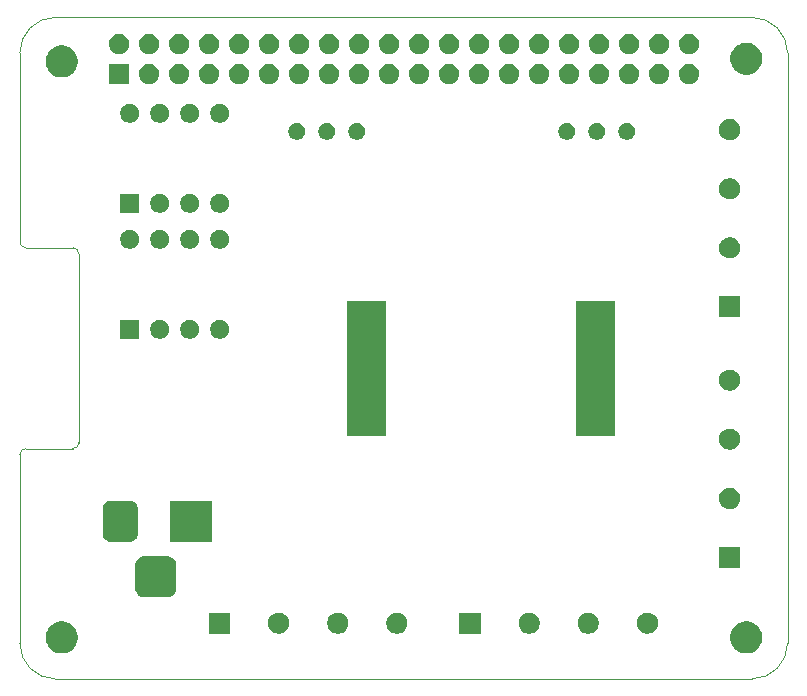
<source format=gbs>
G04 #@! TF.GenerationSoftware,KiCad,Pcbnew,(5.1.6)-1*
G04 #@! TF.CreationDate,2020-10-08T21:16:19-06:00*
G04 #@! TF.ProjectId,raspi-quad-stepper-motor-module,72617370-692d-4717-9561-642d73746570,A*
G04 #@! TF.SameCoordinates,Original*
G04 #@! TF.FileFunction,Soldermask,Bot*
G04 #@! TF.FilePolarity,Negative*
%FSLAX46Y46*%
G04 Gerber Fmt 4.6, Leading zero omitted, Abs format (unit mm)*
G04 Created by KiCad (PCBNEW (5.1.6)-1) date 2020-10-08 21:16:19*
%MOMM*%
%LPD*%
G01*
G04 APERTURE LIST*
G04 #@! TA.AperFunction,Profile*
%ADD10C,0.100000*%
G04 #@! TD*
%ADD11C,0.150000*%
G04 APERTURE END LIST*
D10*
X105600000Y-93000000D02*
G75*
G03*
X105100000Y-92500000I-500000J0D01*
G01*
X105100000Y-92500000D02*
X101100000Y-92500000D01*
X101099127Y-109500001D02*
G75*
G03*
X100600000Y-110000000I873J-499999D01*
G01*
X105100000Y-109500000D02*
G75*
G03*
X105600000Y-109000000I0J500000D01*
G01*
X100600000Y-92000000D02*
G75*
G03*
X101100000Y-92500000I500000J0D01*
G01*
X100600000Y-76000000D02*
X100600000Y-92000000D01*
X165600000Y-76000000D02*
G75*
G03*
X162600000Y-73000000I-3000000J0D01*
G01*
X162600000Y-129000000D02*
G75*
G03*
X165600000Y-126000000I0J3000000D01*
G01*
X100600000Y-126000000D02*
G75*
G03*
X103600000Y-129000000I3000000J0D01*
G01*
X103600000Y-73000000D02*
G75*
G03*
X100600000Y-76000000I0J-3000000D01*
G01*
X162600000Y-73000000D02*
X103600000Y-73000000D01*
X105100000Y-109500000D02*
X101100000Y-109500000D01*
X105600000Y-93000000D02*
X105600000Y-109000000D01*
X165600000Y-126000000D02*
X165600000Y-76000000D01*
X103600000Y-129000000D02*
X162600000Y-129000000D01*
X100600000Y-110000000D02*
X100600000Y-126000000D01*
D11*
G36*
X162493779Y-124196679D02*
G01*
X162737534Y-124297646D01*
X162739465Y-124298446D01*
X162850769Y-124372817D01*
X162959377Y-124445386D01*
X162960575Y-124446187D01*
X163148613Y-124634225D01*
X163295821Y-124854537D01*
X163296355Y-124855337D01*
X163398121Y-125101021D01*
X163450000Y-125361835D01*
X163450000Y-125627765D01*
X163398121Y-125888579D01*
X163296355Y-126134263D01*
X163149149Y-126354574D01*
X163148613Y-126355375D01*
X162960575Y-126543413D01*
X162739465Y-126691154D01*
X162739464Y-126691155D01*
X162739463Y-126691155D01*
X162493779Y-126792921D01*
X162232965Y-126844800D01*
X161967035Y-126844800D01*
X161706221Y-126792921D01*
X161460537Y-126691155D01*
X161460536Y-126691155D01*
X161460535Y-126691154D01*
X161239425Y-126543413D01*
X161051387Y-126355375D01*
X161050852Y-126354574D01*
X160903645Y-126134263D01*
X160801879Y-125888579D01*
X160750000Y-125627765D01*
X160750000Y-125361835D01*
X160801879Y-125101021D01*
X160903645Y-124855337D01*
X160904180Y-124854537D01*
X161051387Y-124634225D01*
X161239425Y-124446187D01*
X161240624Y-124445386D01*
X161349231Y-124372817D01*
X161460535Y-124298446D01*
X161462466Y-124297646D01*
X161706221Y-124196679D01*
X161967035Y-124144800D01*
X162232965Y-124144800D01*
X162493779Y-124196679D01*
G37*
G36*
X104544779Y-124195879D02*
G01*
X104790463Y-124297645D01*
X104790465Y-124297646D01*
X104791662Y-124298446D01*
X105011574Y-124445386D01*
X105199614Y-124633426D01*
X105347355Y-124854537D01*
X105449121Y-125100221D01*
X105501000Y-125361035D01*
X105501000Y-125626965D01*
X105449121Y-125887779D01*
X105448789Y-125888580D01*
X105347354Y-126133465D01*
X105346819Y-126134265D01*
X105199614Y-126354574D01*
X105011574Y-126542614D01*
X104901769Y-126615983D01*
X104790465Y-126690354D01*
X104790464Y-126690355D01*
X104790463Y-126690355D01*
X104544779Y-126792121D01*
X104283965Y-126844000D01*
X104018035Y-126844000D01*
X103757221Y-126792121D01*
X103511537Y-126690355D01*
X103511536Y-126690355D01*
X103511535Y-126690354D01*
X103400231Y-126615983D01*
X103290426Y-126542614D01*
X103102386Y-126354574D01*
X102955181Y-126134265D01*
X102954646Y-126133465D01*
X102853211Y-125888580D01*
X102852879Y-125887779D01*
X102801000Y-125626965D01*
X102801000Y-125361035D01*
X102852879Y-125100221D01*
X102954645Y-124854537D01*
X103102386Y-124633426D01*
X103290426Y-124445386D01*
X103510338Y-124298446D01*
X103511535Y-124297646D01*
X103511537Y-124297645D01*
X103757221Y-124195879D01*
X104018035Y-124144000D01*
X104283965Y-124144000D01*
X104544779Y-124195879D01*
G37*
G36*
X127778520Y-123422586D02*
G01*
X127942310Y-123490430D01*
X128089717Y-123588924D01*
X128215076Y-123714283D01*
X128313570Y-123861690D01*
X128313571Y-123861692D01*
X128381414Y-124025480D01*
X128415468Y-124196680D01*
X128416000Y-124199358D01*
X128416000Y-124376642D01*
X128381414Y-124550520D01*
X128313570Y-124714310D01*
X128215076Y-124861717D01*
X128089717Y-124987076D01*
X127942310Y-125085570D01*
X127942309Y-125085571D01*
X127942308Y-125085571D01*
X127778520Y-125153414D01*
X127604644Y-125188000D01*
X127427356Y-125188000D01*
X127253480Y-125153414D01*
X127089692Y-125085571D01*
X127089691Y-125085571D01*
X127089690Y-125085570D01*
X126942283Y-124987076D01*
X126816924Y-124861717D01*
X126718430Y-124714310D01*
X126650586Y-124550520D01*
X126616000Y-124376642D01*
X126616000Y-124199358D01*
X126616533Y-124196680D01*
X126650586Y-124025480D01*
X126718429Y-123861692D01*
X126718430Y-123861690D01*
X126816924Y-123714283D01*
X126942283Y-123588924D01*
X127089690Y-123490430D01*
X127253480Y-123422586D01*
X127427356Y-123388000D01*
X127604644Y-123388000D01*
X127778520Y-123422586D01*
G37*
G36*
X122778520Y-123422586D02*
G01*
X122942310Y-123490430D01*
X123089717Y-123588924D01*
X123215076Y-123714283D01*
X123313570Y-123861690D01*
X123313571Y-123861692D01*
X123381414Y-124025480D01*
X123415468Y-124196680D01*
X123416000Y-124199358D01*
X123416000Y-124376642D01*
X123381414Y-124550520D01*
X123313570Y-124714310D01*
X123215076Y-124861717D01*
X123089717Y-124987076D01*
X122942310Y-125085570D01*
X122942309Y-125085571D01*
X122942308Y-125085571D01*
X122778520Y-125153414D01*
X122604644Y-125188000D01*
X122427356Y-125188000D01*
X122253480Y-125153414D01*
X122089692Y-125085571D01*
X122089691Y-125085571D01*
X122089690Y-125085570D01*
X121942283Y-124987076D01*
X121816924Y-124861717D01*
X121718430Y-124714310D01*
X121650586Y-124550520D01*
X121616000Y-124376642D01*
X121616000Y-124199358D01*
X121616533Y-124196680D01*
X121650586Y-124025480D01*
X121718429Y-123861692D01*
X121718430Y-123861690D01*
X121816924Y-123714283D01*
X121942283Y-123588924D01*
X122089690Y-123490430D01*
X122253480Y-123422586D01*
X122427356Y-123388000D01*
X122604644Y-123388000D01*
X122778520Y-123422586D01*
G37*
G36*
X118416000Y-125188000D02*
G01*
X116616000Y-125188000D01*
X116616000Y-123388000D01*
X118416000Y-123388000D01*
X118416000Y-125188000D01*
G37*
G36*
X153987520Y-123422586D02*
G01*
X154151310Y-123490430D01*
X154298717Y-123588924D01*
X154424076Y-123714283D01*
X154522570Y-123861690D01*
X154522571Y-123861692D01*
X154590414Y-124025480D01*
X154624468Y-124196680D01*
X154625000Y-124199358D01*
X154625000Y-124376642D01*
X154590414Y-124550520D01*
X154522570Y-124714310D01*
X154424076Y-124861717D01*
X154298717Y-124987076D01*
X154151310Y-125085570D01*
X154151309Y-125085571D01*
X154151308Y-125085571D01*
X153987520Y-125153414D01*
X153813644Y-125188000D01*
X153636356Y-125188000D01*
X153462480Y-125153414D01*
X153298692Y-125085571D01*
X153298691Y-125085571D01*
X153298690Y-125085570D01*
X153151283Y-124987076D01*
X153025924Y-124861717D01*
X152927430Y-124714310D01*
X152859586Y-124550520D01*
X152825000Y-124376642D01*
X152825000Y-124199358D01*
X152825533Y-124196680D01*
X152859586Y-124025480D01*
X152927429Y-123861692D01*
X152927430Y-123861690D01*
X153025924Y-123714283D01*
X153151283Y-123588924D01*
X153298690Y-123490430D01*
X153462480Y-123422586D01*
X153636356Y-123388000D01*
X153813644Y-123388000D01*
X153987520Y-123422586D01*
G37*
G36*
X148987520Y-123422586D02*
G01*
X149151310Y-123490430D01*
X149298717Y-123588924D01*
X149424076Y-123714283D01*
X149522570Y-123861690D01*
X149522571Y-123861692D01*
X149590414Y-124025480D01*
X149624468Y-124196680D01*
X149625000Y-124199358D01*
X149625000Y-124376642D01*
X149590414Y-124550520D01*
X149522570Y-124714310D01*
X149424076Y-124861717D01*
X149298717Y-124987076D01*
X149151310Y-125085570D01*
X149151309Y-125085571D01*
X149151308Y-125085571D01*
X148987520Y-125153414D01*
X148813644Y-125188000D01*
X148636356Y-125188000D01*
X148462480Y-125153414D01*
X148298692Y-125085571D01*
X148298691Y-125085571D01*
X148298690Y-125085570D01*
X148151283Y-124987076D01*
X148025924Y-124861717D01*
X147927430Y-124714310D01*
X147859586Y-124550520D01*
X147825000Y-124376642D01*
X147825000Y-124199358D01*
X147825533Y-124196680D01*
X147859586Y-124025480D01*
X147927429Y-123861692D01*
X147927430Y-123861690D01*
X148025924Y-123714283D01*
X148151283Y-123588924D01*
X148298690Y-123490430D01*
X148462480Y-123422586D01*
X148636356Y-123388000D01*
X148813644Y-123388000D01*
X148987520Y-123422586D01*
G37*
G36*
X143987520Y-123422586D02*
G01*
X144151310Y-123490430D01*
X144298717Y-123588924D01*
X144424076Y-123714283D01*
X144522570Y-123861690D01*
X144522571Y-123861692D01*
X144590414Y-124025480D01*
X144624468Y-124196680D01*
X144625000Y-124199358D01*
X144625000Y-124376642D01*
X144590414Y-124550520D01*
X144522570Y-124714310D01*
X144424076Y-124861717D01*
X144298717Y-124987076D01*
X144151310Y-125085570D01*
X144151309Y-125085571D01*
X144151308Y-125085571D01*
X143987520Y-125153414D01*
X143813644Y-125188000D01*
X143636356Y-125188000D01*
X143462480Y-125153414D01*
X143298692Y-125085571D01*
X143298691Y-125085571D01*
X143298690Y-125085570D01*
X143151283Y-124987076D01*
X143025924Y-124861717D01*
X142927430Y-124714310D01*
X142859586Y-124550520D01*
X142825000Y-124376642D01*
X142825000Y-124199358D01*
X142825533Y-124196680D01*
X142859586Y-124025480D01*
X142927429Y-123861692D01*
X142927430Y-123861690D01*
X143025924Y-123714283D01*
X143151283Y-123588924D01*
X143298690Y-123490430D01*
X143462480Y-123422586D01*
X143636356Y-123388000D01*
X143813644Y-123388000D01*
X143987520Y-123422586D01*
G37*
G36*
X139625000Y-125188000D02*
G01*
X137825000Y-125188000D01*
X137825000Y-123388000D01*
X139625000Y-123388000D01*
X139625000Y-125188000D01*
G37*
G36*
X132778520Y-123422586D02*
G01*
X132942310Y-123490430D01*
X133089717Y-123588924D01*
X133215076Y-123714283D01*
X133313570Y-123861690D01*
X133313571Y-123861692D01*
X133381414Y-124025480D01*
X133415468Y-124196680D01*
X133416000Y-124199358D01*
X133416000Y-124376642D01*
X133381414Y-124550520D01*
X133313570Y-124714310D01*
X133215076Y-124861717D01*
X133089717Y-124987076D01*
X132942310Y-125085570D01*
X132942309Y-125085571D01*
X132942308Y-125085571D01*
X132778520Y-125153414D01*
X132604644Y-125188000D01*
X132427356Y-125188000D01*
X132253480Y-125153414D01*
X132089692Y-125085571D01*
X132089691Y-125085571D01*
X132089690Y-125085570D01*
X131942283Y-124987076D01*
X131816924Y-124861717D01*
X131718430Y-124714310D01*
X131650586Y-124550520D01*
X131616000Y-124376642D01*
X131616000Y-124199358D01*
X131616533Y-124196680D01*
X131650586Y-124025480D01*
X131718429Y-123861692D01*
X131718430Y-123861690D01*
X131816924Y-123714283D01*
X131942283Y-123588924D01*
X132089690Y-123490430D01*
X132253480Y-123422586D01*
X132427356Y-123388000D01*
X132604644Y-123388000D01*
X132778520Y-123422586D01*
G37*
G36*
X113198891Y-118618205D02*
G01*
X113351202Y-118664408D01*
X113491565Y-118739433D01*
X113614597Y-118840403D01*
X113715567Y-118963435D01*
X113790592Y-119103798D01*
X113836795Y-119256109D01*
X113853000Y-119420640D01*
X113853000Y-121283360D01*
X113836795Y-121447891D01*
X113790592Y-121600202D01*
X113715567Y-121740565D01*
X113614597Y-121863597D01*
X113491565Y-121964567D01*
X113351202Y-122039592D01*
X113198891Y-122085795D01*
X113034360Y-122102000D01*
X111171640Y-122102000D01*
X111007109Y-122085795D01*
X110854798Y-122039592D01*
X110714435Y-121964567D01*
X110591403Y-121863597D01*
X110490433Y-121740565D01*
X110415408Y-121600202D01*
X110369205Y-121447891D01*
X110353000Y-121283360D01*
X110353000Y-119420640D01*
X110369205Y-119256109D01*
X110415408Y-119103798D01*
X110490433Y-118963435D01*
X110591403Y-118840403D01*
X110714435Y-118739433D01*
X110854798Y-118664408D01*
X111007109Y-118618205D01*
X111171640Y-118602000D01*
X113034360Y-118602000D01*
X113198891Y-118618205D01*
G37*
G36*
X161596000Y-119614000D02*
G01*
X159796000Y-119614000D01*
X159796000Y-117814000D01*
X161596000Y-117814000D01*
X161596000Y-119614000D01*
G37*
G36*
X110049505Y-113915803D02*
G01*
X110178366Y-113954893D01*
X110297117Y-114018367D01*
X110401209Y-114103791D01*
X110486633Y-114207883D01*
X110550107Y-114326634D01*
X110589197Y-114455495D01*
X110603000Y-114595640D01*
X110603000Y-116708360D01*
X110589197Y-116848505D01*
X110550107Y-116977366D01*
X110486633Y-117096117D01*
X110401209Y-117200209D01*
X110297117Y-117285633D01*
X110178366Y-117349107D01*
X110049505Y-117388197D01*
X109909360Y-117402000D01*
X108296640Y-117402000D01*
X108156495Y-117388197D01*
X108027634Y-117349107D01*
X107908883Y-117285633D01*
X107804791Y-117200209D01*
X107719367Y-117096117D01*
X107655893Y-116977366D01*
X107616803Y-116848505D01*
X107603000Y-116708360D01*
X107603000Y-114595640D01*
X107616803Y-114455495D01*
X107655893Y-114326634D01*
X107719367Y-114207883D01*
X107804791Y-114103791D01*
X107908883Y-114018367D01*
X108027634Y-113954893D01*
X108156495Y-113915803D01*
X108296640Y-113902000D01*
X109909360Y-113902000D01*
X110049505Y-113915803D01*
G37*
G36*
X116853000Y-117402000D02*
G01*
X113353000Y-117402000D01*
X113353000Y-113902000D01*
X116853000Y-113902000D01*
X116853000Y-117402000D01*
G37*
G36*
X160958520Y-112848586D02*
G01*
X161122310Y-112916430D01*
X161269717Y-113014924D01*
X161395076Y-113140283D01*
X161493570Y-113287690D01*
X161561414Y-113451480D01*
X161596000Y-113625358D01*
X161596000Y-113802642D01*
X161561414Y-113976520D01*
X161493570Y-114140310D01*
X161395076Y-114287717D01*
X161269717Y-114413076D01*
X161122310Y-114511570D01*
X161122309Y-114511571D01*
X161122308Y-114511571D01*
X160958520Y-114579414D01*
X160784644Y-114614000D01*
X160607356Y-114614000D01*
X160433480Y-114579414D01*
X160269692Y-114511571D01*
X160269691Y-114511571D01*
X160269690Y-114511570D01*
X160122283Y-114413076D01*
X159996924Y-114287717D01*
X159898430Y-114140310D01*
X159830586Y-113976520D01*
X159796000Y-113802642D01*
X159796000Y-113625358D01*
X159830586Y-113451480D01*
X159898430Y-113287690D01*
X159996924Y-113140283D01*
X160122283Y-113014924D01*
X160269690Y-112916430D01*
X160433480Y-112848586D01*
X160607356Y-112814000D01*
X160784644Y-112814000D01*
X160958520Y-112848586D01*
G37*
G36*
X160958520Y-107848586D02*
G01*
X161122310Y-107916430D01*
X161269717Y-108014924D01*
X161395076Y-108140283D01*
X161493570Y-108287690D01*
X161561414Y-108451480D01*
X161596000Y-108625358D01*
X161596000Y-108802642D01*
X161561414Y-108976520D01*
X161493570Y-109140310D01*
X161395076Y-109287717D01*
X161269717Y-109413076D01*
X161122310Y-109511570D01*
X161122309Y-109511571D01*
X161122308Y-109511571D01*
X160958520Y-109579414D01*
X160784644Y-109614000D01*
X160607356Y-109614000D01*
X160433480Y-109579414D01*
X160269692Y-109511571D01*
X160269691Y-109511571D01*
X160269690Y-109511570D01*
X160122283Y-109413076D01*
X159996924Y-109287717D01*
X159898430Y-109140310D01*
X159830586Y-108976520D01*
X159796000Y-108802642D01*
X159796000Y-108625358D01*
X159830586Y-108451480D01*
X159898430Y-108287690D01*
X159996924Y-108140283D01*
X160122283Y-108014924D01*
X160269690Y-107916430D01*
X160433480Y-107848586D01*
X160607356Y-107814000D01*
X160784644Y-107814000D01*
X160958520Y-107848586D01*
G37*
G36*
X151027841Y-100104951D02*
G01*
X151023346Y-104140310D01*
X151018600Y-108400000D01*
X147700000Y-108400000D01*
X147700000Y-97000000D01*
X151031300Y-97000000D01*
X151027841Y-100104951D01*
G37*
G36*
X131627841Y-100104951D02*
G01*
X131623346Y-104140310D01*
X131618600Y-108400000D01*
X128300000Y-108400000D01*
X128300000Y-97000000D01*
X131631300Y-97000000D01*
X131627841Y-100104951D01*
G37*
G36*
X160958520Y-102848586D02*
G01*
X161122310Y-102916430D01*
X161269717Y-103014924D01*
X161395076Y-103140283D01*
X161493570Y-103287690D01*
X161561414Y-103451480D01*
X161596000Y-103625358D01*
X161596000Y-103802642D01*
X161561414Y-103976520D01*
X161493570Y-104140310D01*
X161395076Y-104287717D01*
X161269717Y-104413076D01*
X161122310Y-104511570D01*
X161122309Y-104511571D01*
X161122308Y-104511571D01*
X160958520Y-104579414D01*
X160784644Y-104614000D01*
X160607356Y-104614000D01*
X160433480Y-104579414D01*
X160269692Y-104511571D01*
X160269691Y-104511571D01*
X160269690Y-104511570D01*
X160122283Y-104413076D01*
X159996924Y-104287717D01*
X159898430Y-104140310D01*
X159830586Y-103976520D01*
X159796000Y-103802642D01*
X159796000Y-103625358D01*
X159830586Y-103451480D01*
X159898430Y-103287690D01*
X159996924Y-103140283D01*
X160122283Y-103014924D01*
X160269690Y-102916430D01*
X160433480Y-102848586D01*
X160607356Y-102814000D01*
X160784644Y-102814000D01*
X160958520Y-102848586D01*
G37*
G36*
X110696000Y-100196000D02*
G01*
X109096000Y-100196000D01*
X109096000Y-98596000D01*
X110696000Y-98596000D01*
X110696000Y-100196000D01*
G37*
G36*
X112669351Y-98626743D02*
G01*
X112814941Y-98687048D01*
X112945970Y-98774599D01*
X113057401Y-98886030D01*
X113144952Y-99017059D01*
X113205257Y-99162649D01*
X113236000Y-99317206D01*
X113236000Y-99474794D01*
X113205257Y-99629351D01*
X113144952Y-99774941D01*
X113057401Y-99905970D01*
X112945970Y-100017401D01*
X112814941Y-100104952D01*
X112669351Y-100165257D01*
X112514794Y-100196000D01*
X112357206Y-100196000D01*
X112202649Y-100165257D01*
X112057059Y-100104952D01*
X111926030Y-100017401D01*
X111814599Y-99905970D01*
X111727048Y-99774941D01*
X111666743Y-99629351D01*
X111636000Y-99474794D01*
X111636000Y-99317206D01*
X111666743Y-99162649D01*
X111727048Y-99017059D01*
X111814599Y-98886030D01*
X111926030Y-98774599D01*
X112057059Y-98687048D01*
X112202649Y-98626743D01*
X112357206Y-98596000D01*
X112514794Y-98596000D01*
X112669351Y-98626743D01*
G37*
G36*
X117749351Y-98626743D02*
G01*
X117894941Y-98687048D01*
X118025970Y-98774599D01*
X118137401Y-98886030D01*
X118224952Y-99017059D01*
X118285257Y-99162649D01*
X118316000Y-99317206D01*
X118316000Y-99474794D01*
X118285257Y-99629351D01*
X118224952Y-99774941D01*
X118137401Y-99905970D01*
X118025970Y-100017401D01*
X117894941Y-100104952D01*
X117749351Y-100165257D01*
X117594794Y-100196000D01*
X117437206Y-100196000D01*
X117282649Y-100165257D01*
X117137059Y-100104952D01*
X117006030Y-100017401D01*
X116894599Y-99905970D01*
X116807048Y-99774941D01*
X116746743Y-99629351D01*
X116716000Y-99474794D01*
X116716000Y-99317206D01*
X116746743Y-99162649D01*
X116807048Y-99017059D01*
X116894599Y-98886030D01*
X117006030Y-98774599D01*
X117137059Y-98687048D01*
X117282649Y-98626743D01*
X117437206Y-98596000D01*
X117594794Y-98596000D01*
X117749351Y-98626743D01*
G37*
G36*
X115209351Y-98626743D02*
G01*
X115354941Y-98687048D01*
X115485970Y-98774599D01*
X115597401Y-98886030D01*
X115684952Y-99017059D01*
X115745257Y-99162649D01*
X115776000Y-99317206D01*
X115776000Y-99474794D01*
X115745257Y-99629351D01*
X115684952Y-99774941D01*
X115597401Y-99905970D01*
X115485970Y-100017401D01*
X115354941Y-100104952D01*
X115209351Y-100165257D01*
X115054794Y-100196000D01*
X114897206Y-100196000D01*
X114742649Y-100165257D01*
X114597059Y-100104952D01*
X114466030Y-100017401D01*
X114354599Y-99905970D01*
X114267048Y-99774941D01*
X114206743Y-99629351D01*
X114176000Y-99474794D01*
X114176000Y-99317206D01*
X114206743Y-99162649D01*
X114267048Y-99017059D01*
X114354599Y-98886030D01*
X114466030Y-98774599D01*
X114597059Y-98687048D01*
X114742649Y-98626743D01*
X114897206Y-98596000D01*
X115054794Y-98596000D01*
X115209351Y-98626743D01*
G37*
G36*
X161596000Y-98405000D02*
G01*
X159796000Y-98405000D01*
X159796000Y-96605000D01*
X161596000Y-96605000D01*
X161596000Y-98405000D01*
G37*
G36*
X160958520Y-91639586D02*
G01*
X161097630Y-91697207D01*
X161122310Y-91707430D01*
X161269717Y-91805924D01*
X161395076Y-91931283D01*
X161447239Y-92009351D01*
X161493571Y-92078692D01*
X161561414Y-92242480D01*
X161592230Y-92397401D01*
X161596000Y-92416358D01*
X161596000Y-92593642D01*
X161561414Y-92767520D01*
X161493570Y-92931310D01*
X161395076Y-93078717D01*
X161269717Y-93204076D01*
X161122310Y-93302570D01*
X161122309Y-93302571D01*
X161122308Y-93302571D01*
X160958520Y-93370414D01*
X160784644Y-93405000D01*
X160607356Y-93405000D01*
X160433480Y-93370414D01*
X160269692Y-93302571D01*
X160269691Y-93302571D01*
X160269690Y-93302570D01*
X160122283Y-93204076D01*
X159996924Y-93078717D01*
X159898430Y-92931310D01*
X159830586Y-92767520D01*
X159796000Y-92593642D01*
X159796000Y-92416358D01*
X159799771Y-92397401D01*
X159830586Y-92242480D01*
X159898429Y-92078692D01*
X159944761Y-92009351D01*
X159996924Y-91931283D01*
X160122283Y-91805924D01*
X160269690Y-91707430D01*
X160294371Y-91697207D01*
X160433480Y-91639586D01*
X160607356Y-91605000D01*
X160784644Y-91605000D01*
X160958520Y-91639586D01*
G37*
G36*
X110129351Y-91006743D02*
G01*
X110274941Y-91067048D01*
X110405970Y-91154599D01*
X110517401Y-91266030D01*
X110604952Y-91397059D01*
X110665257Y-91542649D01*
X110696000Y-91697206D01*
X110696000Y-91854794D01*
X110665257Y-92009351D01*
X110604952Y-92154941D01*
X110517401Y-92285970D01*
X110405970Y-92397401D01*
X110274941Y-92484952D01*
X110129351Y-92545257D01*
X109974794Y-92576000D01*
X109817206Y-92576000D01*
X109662649Y-92545257D01*
X109517059Y-92484952D01*
X109386030Y-92397401D01*
X109274599Y-92285970D01*
X109187048Y-92154941D01*
X109126743Y-92009351D01*
X109096000Y-91854794D01*
X109096000Y-91697206D01*
X109126743Y-91542649D01*
X109187048Y-91397059D01*
X109274599Y-91266030D01*
X109386030Y-91154599D01*
X109517059Y-91067048D01*
X109662649Y-91006743D01*
X109817206Y-90976000D01*
X109974794Y-90976000D01*
X110129351Y-91006743D01*
G37*
G36*
X112669351Y-91006743D02*
G01*
X112814941Y-91067048D01*
X112945970Y-91154599D01*
X113057401Y-91266030D01*
X113144952Y-91397059D01*
X113205257Y-91542649D01*
X113236000Y-91697206D01*
X113236000Y-91854794D01*
X113205257Y-92009351D01*
X113144952Y-92154941D01*
X113057401Y-92285970D01*
X112945970Y-92397401D01*
X112814941Y-92484952D01*
X112669351Y-92545257D01*
X112514794Y-92576000D01*
X112357206Y-92576000D01*
X112202649Y-92545257D01*
X112057059Y-92484952D01*
X111926030Y-92397401D01*
X111814599Y-92285970D01*
X111727048Y-92154941D01*
X111666743Y-92009351D01*
X111636000Y-91854794D01*
X111636000Y-91697206D01*
X111666743Y-91542649D01*
X111727048Y-91397059D01*
X111814599Y-91266030D01*
X111926030Y-91154599D01*
X112057059Y-91067048D01*
X112202649Y-91006743D01*
X112357206Y-90976000D01*
X112514794Y-90976000D01*
X112669351Y-91006743D01*
G37*
G36*
X115209351Y-91006743D02*
G01*
X115354941Y-91067048D01*
X115485970Y-91154599D01*
X115597401Y-91266030D01*
X115684952Y-91397059D01*
X115745257Y-91542649D01*
X115776000Y-91697206D01*
X115776000Y-91854794D01*
X115745257Y-92009351D01*
X115684952Y-92154941D01*
X115597401Y-92285970D01*
X115485970Y-92397401D01*
X115354941Y-92484952D01*
X115209351Y-92545257D01*
X115054794Y-92576000D01*
X114897206Y-92576000D01*
X114742649Y-92545257D01*
X114597059Y-92484952D01*
X114466030Y-92397401D01*
X114354599Y-92285970D01*
X114267048Y-92154941D01*
X114206743Y-92009351D01*
X114176000Y-91854794D01*
X114176000Y-91697206D01*
X114206743Y-91542649D01*
X114267048Y-91397059D01*
X114354599Y-91266030D01*
X114466030Y-91154599D01*
X114597059Y-91067048D01*
X114742649Y-91006743D01*
X114897206Y-90976000D01*
X115054794Y-90976000D01*
X115209351Y-91006743D01*
G37*
G36*
X117749351Y-91006743D02*
G01*
X117894941Y-91067048D01*
X118025970Y-91154599D01*
X118137401Y-91266030D01*
X118224952Y-91397059D01*
X118285257Y-91542649D01*
X118316000Y-91697206D01*
X118316000Y-91854794D01*
X118285257Y-92009351D01*
X118224952Y-92154941D01*
X118137401Y-92285970D01*
X118025970Y-92397401D01*
X117894941Y-92484952D01*
X117749351Y-92545257D01*
X117594794Y-92576000D01*
X117437206Y-92576000D01*
X117282649Y-92545257D01*
X117137059Y-92484952D01*
X117006030Y-92397401D01*
X116894599Y-92285970D01*
X116807048Y-92154941D01*
X116746743Y-92009351D01*
X116716000Y-91854794D01*
X116716000Y-91697206D01*
X116746743Y-91542649D01*
X116807048Y-91397059D01*
X116894599Y-91266030D01*
X117006030Y-91154599D01*
X117137059Y-91067048D01*
X117282649Y-91006743D01*
X117437206Y-90976000D01*
X117594794Y-90976000D01*
X117749351Y-91006743D01*
G37*
G36*
X115209351Y-87958743D02*
G01*
X115354941Y-88019048D01*
X115485970Y-88106599D01*
X115597401Y-88218030D01*
X115684952Y-88349059D01*
X115745257Y-88494649D01*
X115776000Y-88649206D01*
X115776000Y-88806794D01*
X115745257Y-88961351D01*
X115684952Y-89106941D01*
X115597401Y-89237970D01*
X115485970Y-89349401D01*
X115354941Y-89436952D01*
X115209351Y-89497257D01*
X115054794Y-89528000D01*
X114897206Y-89528000D01*
X114742649Y-89497257D01*
X114597059Y-89436952D01*
X114466030Y-89349401D01*
X114354599Y-89237970D01*
X114267048Y-89106941D01*
X114206743Y-88961351D01*
X114176000Y-88806794D01*
X114176000Y-88649206D01*
X114206743Y-88494649D01*
X114267048Y-88349059D01*
X114354599Y-88218030D01*
X114466030Y-88106599D01*
X114597059Y-88019048D01*
X114742649Y-87958743D01*
X114897206Y-87928000D01*
X115054794Y-87928000D01*
X115209351Y-87958743D01*
G37*
G36*
X110696000Y-89528000D02*
G01*
X109096000Y-89528000D01*
X109096000Y-87928000D01*
X110696000Y-87928000D01*
X110696000Y-89528000D01*
G37*
G36*
X117749351Y-87958743D02*
G01*
X117894941Y-88019048D01*
X118025970Y-88106599D01*
X118137401Y-88218030D01*
X118224952Y-88349059D01*
X118285257Y-88494649D01*
X118316000Y-88649206D01*
X118316000Y-88806794D01*
X118285257Y-88961351D01*
X118224952Y-89106941D01*
X118137401Y-89237970D01*
X118025970Y-89349401D01*
X117894941Y-89436952D01*
X117749351Y-89497257D01*
X117594794Y-89528000D01*
X117437206Y-89528000D01*
X117282649Y-89497257D01*
X117137059Y-89436952D01*
X117006030Y-89349401D01*
X116894599Y-89237970D01*
X116807048Y-89106941D01*
X116746743Y-88961351D01*
X116716000Y-88806794D01*
X116716000Y-88649206D01*
X116746743Y-88494649D01*
X116807048Y-88349059D01*
X116894599Y-88218030D01*
X117006030Y-88106599D01*
X117137059Y-88019048D01*
X117282649Y-87958743D01*
X117437206Y-87928000D01*
X117594794Y-87928000D01*
X117749351Y-87958743D01*
G37*
G36*
X112669351Y-87958743D02*
G01*
X112814941Y-88019048D01*
X112945970Y-88106599D01*
X113057401Y-88218030D01*
X113144952Y-88349059D01*
X113205257Y-88494649D01*
X113236000Y-88649206D01*
X113236000Y-88806794D01*
X113205257Y-88961351D01*
X113144952Y-89106941D01*
X113057401Y-89237970D01*
X112945970Y-89349401D01*
X112814941Y-89436952D01*
X112669351Y-89497257D01*
X112514794Y-89528000D01*
X112357206Y-89528000D01*
X112202649Y-89497257D01*
X112057059Y-89436952D01*
X111926030Y-89349401D01*
X111814599Y-89237970D01*
X111727048Y-89106941D01*
X111666743Y-88961351D01*
X111636000Y-88806794D01*
X111636000Y-88649206D01*
X111666743Y-88494649D01*
X111727048Y-88349059D01*
X111814599Y-88218030D01*
X111926030Y-88106599D01*
X112057059Y-88019048D01*
X112202649Y-87958743D01*
X112357206Y-87928000D01*
X112514794Y-87928000D01*
X112669351Y-87958743D01*
G37*
G36*
X160958520Y-86639586D02*
G01*
X161122310Y-86707430D01*
X161269717Y-86805924D01*
X161395076Y-86931283D01*
X161493570Y-87078690D01*
X161561414Y-87242480D01*
X161596000Y-87416358D01*
X161596000Y-87593642D01*
X161561414Y-87767520D01*
X161493570Y-87931310D01*
X161395076Y-88078717D01*
X161269717Y-88204076D01*
X161122310Y-88302570D01*
X161122309Y-88302571D01*
X161122308Y-88302571D01*
X160958520Y-88370414D01*
X160784644Y-88405000D01*
X160607356Y-88405000D01*
X160433480Y-88370414D01*
X160269692Y-88302571D01*
X160269691Y-88302571D01*
X160269690Y-88302570D01*
X160122283Y-88204076D01*
X159996924Y-88078717D01*
X159898430Y-87931310D01*
X159830586Y-87767520D01*
X159796000Y-87593642D01*
X159796000Y-87416358D01*
X159830586Y-87242480D01*
X159898430Y-87078690D01*
X159996924Y-86931283D01*
X160122283Y-86805924D01*
X160269690Y-86707430D01*
X160433480Y-86639586D01*
X160607356Y-86605000D01*
X160784644Y-86605000D01*
X160958520Y-86639586D01*
G37*
G36*
X160958520Y-81639586D02*
G01*
X161122310Y-81707430D01*
X161269717Y-81805924D01*
X161395076Y-81931283D01*
X161493570Y-82078690D01*
X161493571Y-82078692D01*
X161561414Y-82242480D01*
X161596000Y-82416356D01*
X161596000Y-82593644D01*
X161561414Y-82767520D01*
X161493570Y-82931310D01*
X161395076Y-83078717D01*
X161269717Y-83204076D01*
X161122310Y-83302570D01*
X161122309Y-83302571D01*
X161122308Y-83302571D01*
X160958520Y-83370414D01*
X160784644Y-83405000D01*
X160607356Y-83405000D01*
X160433480Y-83370414D01*
X160269692Y-83302571D01*
X160269691Y-83302571D01*
X160269690Y-83302570D01*
X160122283Y-83204076D01*
X159996924Y-83078717D01*
X159898430Y-82931310D01*
X159830586Y-82767520D01*
X159796000Y-82593644D01*
X159796000Y-82416356D01*
X159830586Y-82242480D01*
X159898429Y-82078692D01*
X159898430Y-82078690D01*
X159996924Y-81931283D01*
X160122283Y-81805924D01*
X160269690Y-81707430D01*
X160433480Y-81639586D01*
X160607356Y-81605000D01*
X160784644Y-81605000D01*
X160958520Y-81639586D01*
G37*
G36*
X152202015Y-81939668D02*
G01*
X152333046Y-81993943D01*
X152333048Y-81993944D01*
X152450973Y-82072739D01*
X152551261Y-82173027D01*
X152630057Y-82290954D01*
X152684332Y-82421985D01*
X152712000Y-82561084D01*
X152712000Y-82702916D01*
X152684332Y-82842015D01*
X152630057Y-82973046D01*
X152630056Y-82973048D01*
X152551261Y-83090973D01*
X152450973Y-83191261D01*
X152333048Y-83270056D01*
X152333047Y-83270057D01*
X152333046Y-83270057D01*
X152202015Y-83324332D01*
X152062916Y-83352000D01*
X151921084Y-83352000D01*
X151781985Y-83324332D01*
X151650954Y-83270057D01*
X151650953Y-83270057D01*
X151650952Y-83270056D01*
X151533027Y-83191261D01*
X151432739Y-83090973D01*
X151353944Y-82973048D01*
X151353943Y-82973046D01*
X151299668Y-82842015D01*
X151272000Y-82702916D01*
X151272000Y-82561084D01*
X151299668Y-82421985D01*
X151353943Y-82290954D01*
X151432739Y-82173027D01*
X151533027Y-82072739D01*
X151650952Y-81993944D01*
X151650954Y-81993943D01*
X151781985Y-81939668D01*
X151921084Y-81912000D01*
X152062916Y-81912000D01*
X152202015Y-81939668D01*
G37*
G36*
X124262015Y-81939668D02*
G01*
X124393046Y-81993943D01*
X124393048Y-81993944D01*
X124510973Y-82072739D01*
X124611261Y-82173027D01*
X124690057Y-82290954D01*
X124744332Y-82421985D01*
X124772000Y-82561084D01*
X124772000Y-82702916D01*
X124744332Y-82842015D01*
X124690057Y-82973046D01*
X124690056Y-82973048D01*
X124611261Y-83090973D01*
X124510973Y-83191261D01*
X124393048Y-83270056D01*
X124393047Y-83270057D01*
X124393046Y-83270057D01*
X124262015Y-83324332D01*
X124122916Y-83352000D01*
X123981084Y-83352000D01*
X123841985Y-83324332D01*
X123710954Y-83270057D01*
X123710953Y-83270057D01*
X123710952Y-83270056D01*
X123593027Y-83191261D01*
X123492739Y-83090973D01*
X123413944Y-82973048D01*
X123413943Y-82973046D01*
X123359668Y-82842015D01*
X123332000Y-82702916D01*
X123332000Y-82561084D01*
X123359668Y-82421985D01*
X123413943Y-82290954D01*
X123492739Y-82173027D01*
X123593027Y-82072739D01*
X123710952Y-81993944D01*
X123710954Y-81993943D01*
X123841985Y-81939668D01*
X123981084Y-81912000D01*
X124122916Y-81912000D01*
X124262015Y-81939668D01*
G37*
G36*
X126802015Y-81939668D02*
G01*
X126933046Y-81993943D01*
X126933048Y-81993944D01*
X127050973Y-82072739D01*
X127151261Y-82173027D01*
X127230057Y-82290954D01*
X127284332Y-82421985D01*
X127312000Y-82561084D01*
X127312000Y-82702916D01*
X127284332Y-82842015D01*
X127230057Y-82973046D01*
X127230056Y-82973048D01*
X127151261Y-83090973D01*
X127050973Y-83191261D01*
X126933048Y-83270056D01*
X126933047Y-83270057D01*
X126933046Y-83270057D01*
X126802015Y-83324332D01*
X126662916Y-83352000D01*
X126521084Y-83352000D01*
X126381985Y-83324332D01*
X126250954Y-83270057D01*
X126250953Y-83270057D01*
X126250952Y-83270056D01*
X126133027Y-83191261D01*
X126032739Y-83090973D01*
X125953944Y-82973048D01*
X125953943Y-82973046D01*
X125899668Y-82842015D01*
X125872000Y-82702916D01*
X125872000Y-82561084D01*
X125899668Y-82421985D01*
X125953943Y-82290954D01*
X126032739Y-82173027D01*
X126133027Y-82072739D01*
X126250952Y-81993944D01*
X126250954Y-81993943D01*
X126381985Y-81939668D01*
X126521084Y-81912000D01*
X126662916Y-81912000D01*
X126802015Y-81939668D01*
G37*
G36*
X129342015Y-81939668D02*
G01*
X129473046Y-81993943D01*
X129473048Y-81993944D01*
X129590973Y-82072739D01*
X129691261Y-82173027D01*
X129770057Y-82290954D01*
X129824332Y-82421985D01*
X129852000Y-82561084D01*
X129852000Y-82702916D01*
X129824332Y-82842015D01*
X129770057Y-82973046D01*
X129770056Y-82973048D01*
X129691261Y-83090973D01*
X129590973Y-83191261D01*
X129473048Y-83270056D01*
X129473047Y-83270057D01*
X129473046Y-83270057D01*
X129342015Y-83324332D01*
X129202916Y-83352000D01*
X129061084Y-83352000D01*
X128921985Y-83324332D01*
X128790954Y-83270057D01*
X128790953Y-83270057D01*
X128790952Y-83270056D01*
X128673027Y-83191261D01*
X128572739Y-83090973D01*
X128493944Y-82973048D01*
X128493943Y-82973046D01*
X128439668Y-82842015D01*
X128412000Y-82702916D01*
X128412000Y-82561084D01*
X128439668Y-82421985D01*
X128493943Y-82290954D01*
X128572739Y-82173027D01*
X128673027Y-82072739D01*
X128790952Y-81993944D01*
X128790954Y-81993943D01*
X128921985Y-81939668D01*
X129061084Y-81912000D01*
X129202916Y-81912000D01*
X129342015Y-81939668D01*
G37*
G36*
X147122015Y-81939668D02*
G01*
X147253046Y-81993943D01*
X147253048Y-81993944D01*
X147370973Y-82072739D01*
X147471261Y-82173027D01*
X147550057Y-82290954D01*
X147604332Y-82421985D01*
X147632000Y-82561084D01*
X147632000Y-82702916D01*
X147604332Y-82842015D01*
X147550057Y-82973046D01*
X147550056Y-82973048D01*
X147471261Y-83090973D01*
X147370973Y-83191261D01*
X147253048Y-83270056D01*
X147253047Y-83270057D01*
X147253046Y-83270057D01*
X147122015Y-83324332D01*
X146982916Y-83352000D01*
X146841084Y-83352000D01*
X146701985Y-83324332D01*
X146570954Y-83270057D01*
X146570953Y-83270057D01*
X146570952Y-83270056D01*
X146453027Y-83191261D01*
X146352739Y-83090973D01*
X146273944Y-82973048D01*
X146273943Y-82973046D01*
X146219668Y-82842015D01*
X146192000Y-82702916D01*
X146192000Y-82561084D01*
X146219668Y-82421985D01*
X146273943Y-82290954D01*
X146352739Y-82173027D01*
X146453027Y-82072739D01*
X146570952Y-81993944D01*
X146570954Y-81993943D01*
X146701985Y-81939668D01*
X146841084Y-81912000D01*
X146982916Y-81912000D01*
X147122015Y-81939668D01*
G37*
G36*
X149662015Y-81939668D02*
G01*
X149793046Y-81993943D01*
X149793048Y-81993944D01*
X149910973Y-82072739D01*
X150011261Y-82173027D01*
X150090057Y-82290954D01*
X150144332Y-82421985D01*
X150172000Y-82561084D01*
X150172000Y-82702916D01*
X150144332Y-82842015D01*
X150090057Y-82973046D01*
X150090056Y-82973048D01*
X150011261Y-83090973D01*
X149910973Y-83191261D01*
X149793048Y-83270056D01*
X149793047Y-83270057D01*
X149793046Y-83270057D01*
X149662015Y-83324332D01*
X149522916Y-83352000D01*
X149381084Y-83352000D01*
X149241985Y-83324332D01*
X149110954Y-83270057D01*
X149110953Y-83270057D01*
X149110952Y-83270056D01*
X148993027Y-83191261D01*
X148892739Y-83090973D01*
X148813944Y-82973048D01*
X148813943Y-82973046D01*
X148759668Y-82842015D01*
X148732000Y-82702916D01*
X148732000Y-82561084D01*
X148759668Y-82421985D01*
X148813943Y-82290954D01*
X148892739Y-82173027D01*
X148993027Y-82072739D01*
X149110952Y-81993944D01*
X149110954Y-81993943D01*
X149241985Y-81939668D01*
X149381084Y-81912000D01*
X149522916Y-81912000D01*
X149662015Y-81939668D01*
G37*
G36*
X112669351Y-80338743D02*
G01*
X112814941Y-80399048D01*
X112945970Y-80486599D01*
X113057401Y-80598030D01*
X113144952Y-80729059D01*
X113205257Y-80874649D01*
X113236000Y-81029206D01*
X113236000Y-81186794D01*
X113205257Y-81341351D01*
X113144952Y-81486941D01*
X113057401Y-81617970D01*
X112945970Y-81729401D01*
X112814941Y-81816952D01*
X112669351Y-81877257D01*
X112514794Y-81908000D01*
X112357206Y-81908000D01*
X112202649Y-81877257D01*
X112057059Y-81816952D01*
X111926030Y-81729401D01*
X111814599Y-81617970D01*
X111727048Y-81486941D01*
X111666743Y-81341351D01*
X111636000Y-81186794D01*
X111636000Y-81029206D01*
X111666743Y-80874649D01*
X111727048Y-80729059D01*
X111814599Y-80598030D01*
X111926030Y-80486599D01*
X112057059Y-80399048D01*
X112202649Y-80338743D01*
X112357206Y-80308000D01*
X112514794Y-80308000D01*
X112669351Y-80338743D01*
G37*
G36*
X110129351Y-80338743D02*
G01*
X110274941Y-80399048D01*
X110405970Y-80486599D01*
X110517401Y-80598030D01*
X110604952Y-80729059D01*
X110665257Y-80874649D01*
X110696000Y-81029206D01*
X110696000Y-81186794D01*
X110665257Y-81341351D01*
X110604952Y-81486941D01*
X110517401Y-81617970D01*
X110405970Y-81729401D01*
X110274941Y-81816952D01*
X110129351Y-81877257D01*
X109974794Y-81908000D01*
X109817206Y-81908000D01*
X109662649Y-81877257D01*
X109517059Y-81816952D01*
X109386030Y-81729401D01*
X109274599Y-81617970D01*
X109187048Y-81486941D01*
X109126743Y-81341351D01*
X109096000Y-81186794D01*
X109096000Y-81029206D01*
X109126743Y-80874649D01*
X109187048Y-80729059D01*
X109274599Y-80598030D01*
X109386030Y-80486599D01*
X109517059Y-80399048D01*
X109662649Y-80338743D01*
X109817206Y-80308000D01*
X109974794Y-80308000D01*
X110129351Y-80338743D01*
G37*
G36*
X117749351Y-80338743D02*
G01*
X117894941Y-80399048D01*
X118025970Y-80486599D01*
X118137401Y-80598030D01*
X118224952Y-80729059D01*
X118285257Y-80874649D01*
X118316000Y-81029206D01*
X118316000Y-81186794D01*
X118285257Y-81341351D01*
X118224952Y-81486941D01*
X118137401Y-81617970D01*
X118025970Y-81729401D01*
X117894941Y-81816952D01*
X117749351Y-81877257D01*
X117594794Y-81908000D01*
X117437206Y-81908000D01*
X117282649Y-81877257D01*
X117137059Y-81816952D01*
X117006030Y-81729401D01*
X116894599Y-81617970D01*
X116807048Y-81486941D01*
X116746743Y-81341351D01*
X116716000Y-81186794D01*
X116716000Y-81029206D01*
X116746743Y-80874649D01*
X116807048Y-80729059D01*
X116894599Y-80598030D01*
X117006030Y-80486599D01*
X117137059Y-80399048D01*
X117282649Y-80338743D01*
X117437206Y-80308000D01*
X117594794Y-80308000D01*
X117749351Y-80338743D01*
G37*
G36*
X115209351Y-80338743D02*
G01*
X115354941Y-80399048D01*
X115485970Y-80486599D01*
X115597401Y-80598030D01*
X115684952Y-80729059D01*
X115745257Y-80874649D01*
X115776000Y-81029206D01*
X115776000Y-81186794D01*
X115745257Y-81341351D01*
X115684952Y-81486941D01*
X115597401Y-81617970D01*
X115485970Y-81729401D01*
X115354941Y-81816952D01*
X115209351Y-81877257D01*
X115054794Y-81908000D01*
X114897206Y-81908000D01*
X114742649Y-81877257D01*
X114597059Y-81816952D01*
X114466030Y-81729401D01*
X114354599Y-81617970D01*
X114267048Y-81486941D01*
X114206743Y-81341351D01*
X114176000Y-81186794D01*
X114176000Y-81029206D01*
X114206743Y-80874649D01*
X114267048Y-80729059D01*
X114354599Y-80598030D01*
X114466030Y-80486599D01*
X114597059Y-80399048D01*
X114742649Y-80338743D01*
X114897206Y-80308000D01*
X115054794Y-80308000D01*
X115209351Y-80338743D01*
G37*
G36*
X111787935Y-76967464D02*
G01*
X111942624Y-77031539D01*
X111942626Y-77031540D01*
X112081844Y-77124562D01*
X112200238Y-77242956D01*
X112280624Y-77363263D01*
X112293261Y-77382176D01*
X112357336Y-77536865D01*
X112390000Y-77701081D01*
X112390000Y-77868519D01*
X112357336Y-78032735D01*
X112340326Y-78073800D01*
X112293260Y-78187426D01*
X112200238Y-78326644D01*
X112081844Y-78445038D01*
X111942626Y-78538060D01*
X111942625Y-78538061D01*
X111942624Y-78538061D01*
X111787935Y-78602136D01*
X111623719Y-78634800D01*
X111456281Y-78634800D01*
X111292065Y-78602136D01*
X111137376Y-78538061D01*
X111137375Y-78538061D01*
X111137374Y-78538060D01*
X110998156Y-78445038D01*
X110879762Y-78326644D01*
X110786740Y-78187426D01*
X110739674Y-78073800D01*
X110722664Y-78032735D01*
X110690000Y-77868519D01*
X110690000Y-77701081D01*
X110722664Y-77536865D01*
X110786739Y-77382176D01*
X110799376Y-77363263D01*
X110879762Y-77242956D01*
X110998156Y-77124562D01*
X111137374Y-77031540D01*
X111137376Y-77031539D01*
X111292065Y-76967464D01*
X111456281Y-76934800D01*
X111623719Y-76934800D01*
X111787935Y-76967464D01*
G37*
G36*
X114327935Y-76967464D02*
G01*
X114482624Y-77031539D01*
X114482626Y-77031540D01*
X114621844Y-77124562D01*
X114740238Y-77242956D01*
X114820624Y-77363263D01*
X114833261Y-77382176D01*
X114897336Y-77536865D01*
X114930000Y-77701081D01*
X114930000Y-77868519D01*
X114897336Y-78032735D01*
X114880326Y-78073800D01*
X114833260Y-78187426D01*
X114740238Y-78326644D01*
X114621844Y-78445038D01*
X114482626Y-78538060D01*
X114482625Y-78538061D01*
X114482624Y-78538061D01*
X114327935Y-78602136D01*
X114163719Y-78634800D01*
X113996281Y-78634800D01*
X113832065Y-78602136D01*
X113677376Y-78538061D01*
X113677375Y-78538061D01*
X113677374Y-78538060D01*
X113538156Y-78445038D01*
X113419762Y-78326644D01*
X113326740Y-78187426D01*
X113279674Y-78073800D01*
X113262664Y-78032735D01*
X113230000Y-77868519D01*
X113230000Y-77701081D01*
X113262664Y-77536865D01*
X113326739Y-77382176D01*
X113339376Y-77363263D01*
X113419762Y-77242956D01*
X113538156Y-77124562D01*
X113677374Y-77031540D01*
X113677376Y-77031539D01*
X113832065Y-76967464D01*
X113996281Y-76934800D01*
X114163719Y-76934800D01*
X114327935Y-76967464D01*
G37*
G36*
X116867935Y-76967464D02*
G01*
X117022624Y-77031539D01*
X117022626Y-77031540D01*
X117161844Y-77124562D01*
X117280238Y-77242956D01*
X117360624Y-77363263D01*
X117373261Y-77382176D01*
X117437336Y-77536865D01*
X117470000Y-77701081D01*
X117470000Y-77868519D01*
X117437336Y-78032735D01*
X117420326Y-78073800D01*
X117373260Y-78187426D01*
X117280238Y-78326644D01*
X117161844Y-78445038D01*
X117022626Y-78538060D01*
X117022625Y-78538061D01*
X117022624Y-78538061D01*
X116867935Y-78602136D01*
X116703719Y-78634800D01*
X116536281Y-78634800D01*
X116372065Y-78602136D01*
X116217376Y-78538061D01*
X116217375Y-78538061D01*
X116217374Y-78538060D01*
X116078156Y-78445038D01*
X115959762Y-78326644D01*
X115866740Y-78187426D01*
X115819674Y-78073800D01*
X115802664Y-78032735D01*
X115770000Y-77868519D01*
X115770000Y-77701081D01*
X115802664Y-77536865D01*
X115866739Y-77382176D01*
X115879376Y-77363263D01*
X115959762Y-77242956D01*
X116078156Y-77124562D01*
X116217374Y-77031540D01*
X116217376Y-77031539D01*
X116372065Y-76967464D01*
X116536281Y-76934800D01*
X116703719Y-76934800D01*
X116867935Y-76967464D01*
G37*
G36*
X119407935Y-76967464D02*
G01*
X119562624Y-77031539D01*
X119562626Y-77031540D01*
X119701844Y-77124562D01*
X119820238Y-77242956D01*
X119900624Y-77363263D01*
X119913261Y-77382176D01*
X119977336Y-77536865D01*
X120010000Y-77701081D01*
X120010000Y-77868519D01*
X119977336Y-78032735D01*
X119960326Y-78073800D01*
X119913260Y-78187426D01*
X119820238Y-78326644D01*
X119701844Y-78445038D01*
X119562626Y-78538060D01*
X119562625Y-78538061D01*
X119562624Y-78538061D01*
X119407935Y-78602136D01*
X119243719Y-78634800D01*
X119076281Y-78634800D01*
X118912065Y-78602136D01*
X118757376Y-78538061D01*
X118757375Y-78538061D01*
X118757374Y-78538060D01*
X118618156Y-78445038D01*
X118499762Y-78326644D01*
X118406740Y-78187426D01*
X118359674Y-78073800D01*
X118342664Y-78032735D01*
X118310000Y-77868519D01*
X118310000Y-77701081D01*
X118342664Y-77536865D01*
X118406739Y-77382176D01*
X118419376Y-77363263D01*
X118499762Y-77242956D01*
X118618156Y-77124562D01*
X118757374Y-77031540D01*
X118757376Y-77031539D01*
X118912065Y-76967464D01*
X119076281Y-76934800D01*
X119243719Y-76934800D01*
X119407935Y-76967464D01*
G37*
G36*
X121947935Y-76967464D02*
G01*
X122102624Y-77031539D01*
X122102626Y-77031540D01*
X122241844Y-77124562D01*
X122360238Y-77242956D01*
X122440624Y-77363263D01*
X122453261Y-77382176D01*
X122517336Y-77536865D01*
X122550000Y-77701081D01*
X122550000Y-77868519D01*
X122517336Y-78032735D01*
X122500326Y-78073800D01*
X122453260Y-78187426D01*
X122360238Y-78326644D01*
X122241844Y-78445038D01*
X122102626Y-78538060D01*
X122102625Y-78538061D01*
X122102624Y-78538061D01*
X121947935Y-78602136D01*
X121783719Y-78634800D01*
X121616281Y-78634800D01*
X121452065Y-78602136D01*
X121297376Y-78538061D01*
X121297375Y-78538061D01*
X121297374Y-78538060D01*
X121158156Y-78445038D01*
X121039762Y-78326644D01*
X120946740Y-78187426D01*
X120899674Y-78073800D01*
X120882664Y-78032735D01*
X120850000Y-77868519D01*
X120850000Y-77701081D01*
X120882664Y-77536865D01*
X120946739Y-77382176D01*
X120959376Y-77363263D01*
X121039762Y-77242956D01*
X121158156Y-77124562D01*
X121297374Y-77031540D01*
X121297376Y-77031539D01*
X121452065Y-76967464D01*
X121616281Y-76934800D01*
X121783719Y-76934800D01*
X121947935Y-76967464D01*
G37*
G36*
X129567935Y-76967464D02*
G01*
X129722624Y-77031539D01*
X129722626Y-77031540D01*
X129861844Y-77124562D01*
X129980238Y-77242956D01*
X130060624Y-77363263D01*
X130073261Y-77382176D01*
X130137336Y-77536865D01*
X130170000Y-77701081D01*
X130170000Y-77868519D01*
X130137336Y-78032735D01*
X130120326Y-78073800D01*
X130073260Y-78187426D01*
X129980238Y-78326644D01*
X129861844Y-78445038D01*
X129722626Y-78538060D01*
X129722625Y-78538061D01*
X129722624Y-78538061D01*
X129567935Y-78602136D01*
X129403719Y-78634800D01*
X129236281Y-78634800D01*
X129072065Y-78602136D01*
X128917376Y-78538061D01*
X128917375Y-78538061D01*
X128917374Y-78538060D01*
X128778156Y-78445038D01*
X128659762Y-78326644D01*
X128566740Y-78187426D01*
X128519674Y-78073800D01*
X128502664Y-78032735D01*
X128470000Y-77868519D01*
X128470000Y-77701081D01*
X128502664Y-77536865D01*
X128566739Y-77382176D01*
X128579376Y-77363263D01*
X128659762Y-77242956D01*
X128778156Y-77124562D01*
X128917374Y-77031540D01*
X128917376Y-77031539D01*
X129072065Y-76967464D01*
X129236281Y-76934800D01*
X129403719Y-76934800D01*
X129567935Y-76967464D01*
G37*
G36*
X127027935Y-76967464D02*
G01*
X127182624Y-77031539D01*
X127182626Y-77031540D01*
X127321844Y-77124562D01*
X127440238Y-77242956D01*
X127520624Y-77363263D01*
X127533261Y-77382176D01*
X127597336Y-77536865D01*
X127630000Y-77701081D01*
X127630000Y-77868519D01*
X127597336Y-78032735D01*
X127580326Y-78073800D01*
X127533260Y-78187426D01*
X127440238Y-78326644D01*
X127321844Y-78445038D01*
X127182626Y-78538060D01*
X127182625Y-78538061D01*
X127182624Y-78538061D01*
X127027935Y-78602136D01*
X126863719Y-78634800D01*
X126696281Y-78634800D01*
X126532065Y-78602136D01*
X126377376Y-78538061D01*
X126377375Y-78538061D01*
X126377374Y-78538060D01*
X126238156Y-78445038D01*
X126119762Y-78326644D01*
X126026740Y-78187426D01*
X125979674Y-78073800D01*
X125962664Y-78032735D01*
X125930000Y-77868519D01*
X125930000Y-77701081D01*
X125962664Y-77536865D01*
X126026739Y-77382176D01*
X126039376Y-77363263D01*
X126119762Y-77242956D01*
X126238156Y-77124562D01*
X126377374Y-77031540D01*
X126377376Y-77031539D01*
X126532065Y-76967464D01*
X126696281Y-76934800D01*
X126863719Y-76934800D01*
X127027935Y-76967464D01*
G37*
G36*
X142267935Y-76967464D02*
G01*
X142422624Y-77031539D01*
X142422626Y-77031540D01*
X142561844Y-77124562D01*
X142680238Y-77242956D01*
X142760624Y-77363263D01*
X142773261Y-77382176D01*
X142837336Y-77536865D01*
X142870000Y-77701081D01*
X142870000Y-77868519D01*
X142837336Y-78032735D01*
X142820326Y-78073800D01*
X142773260Y-78187426D01*
X142680238Y-78326644D01*
X142561844Y-78445038D01*
X142422626Y-78538060D01*
X142422625Y-78538061D01*
X142422624Y-78538061D01*
X142267935Y-78602136D01*
X142103719Y-78634800D01*
X141936281Y-78634800D01*
X141772065Y-78602136D01*
X141617376Y-78538061D01*
X141617375Y-78538061D01*
X141617374Y-78538060D01*
X141478156Y-78445038D01*
X141359762Y-78326644D01*
X141266740Y-78187426D01*
X141219674Y-78073800D01*
X141202664Y-78032735D01*
X141170000Y-77868519D01*
X141170000Y-77701081D01*
X141202664Y-77536865D01*
X141266739Y-77382176D01*
X141279376Y-77363263D01*
X141359762Y-77242956D01*
X141478156Y-77124562D01*
X141617374Y-77031540D01*
X141617376Y-77031539D01*
X141772065Y-76967464D01*
X141936281Y-76934800D01*
X142103719Y-76934800D01*
X142267935Y-76967464D01*
G37*
G36*
X139727935Y-76967464D02*
G01*
X139882624Y-77031539D01*
X139882626Y-77031540D01*
X140021844Y-77124562D01*
X140140238Y-77242956D01*
X140220624Y-77363263D01*
X140233261Y-77382176D01*
X140297336Y-77536865D01*
X140330000Y-77701081D01*
X140330000Y-77868519D01*
X140297336Y-78032735D01*
X140280326Y-78073800D01*
X140233260Y-78187426D01*
X140140238Y-78326644D01*
X140021844Y-78445038D01*
X139882626Y-78538060D01*
X139882625Y-78538061D01*
X139882624Y-78538061D01*
X139727935Y-78602136D01*
X139563719Y-78634800D01*
X139396281Y-78634800D01*
X139232065Y-78602136D01*
X139077376Y-78538061D01*
X139077375Y-78538061D01*
X139077374Y-78538060D01*
X138938156Y-78445038D01*
X138819762Y-78326644D01*
X138726740Y-78187426D01*
X138679674Y-78073800D01*
X138662664Y-78032735D01*
X138630000Y-77868519D01*
X138630000Y-77701081D01*
X138662664Y-77536865D01*
X138726739Y-77382176D01*
X138739376Y-77363263D01*
X138819762Y-77242956D01*
X138938156Y-77124562D01*
X139077374Y-77031540D01*
X139077376Y-77031539D01*
X139232065Y-76967464D01*
X139396281Y-76934800D01*
X139563719Y-76934800D01*
X139727935Y-76967464D01*
G37*
G36*
X137187935Y-76967464D02*
G01*
X137342624Y-77031539D01*
X137342626Y-77031540D01*
X137481844Y-77124562D01*
X137600238Y-77242956D01*
X137680624Y-77363263D01*
X137693261Y-77382176D01*
X137757336Y-77536865D01*
X137790000Y-77701081D01*
X137790000Y-77868519D01*
X137757336Y-78032735D01*
X137740326Y-78073800D01*
X137693260Y-78187426D01*
X137600238Y-78326644D01*
X137481844Y-78445038D01*
X137342626Y-78538060D01*
X137342625Y-78538061D01*
X137342624Y-78538061D01*
X137187935Y-78602136D01*
X137023719Y-78634800D01*
X136856281Y-78634800D01*
X136692065Y-78602136D01*
X136537376Y-78538061D01*
X136537375Y-78538061D01*
X136537374Y-78538060D01*
X136398156Y-78445038D01*
X136279762Y-78326644D01*
X136186740Y-78187426D01*
X136139674Y-78073800D01*
X136122664Y-78032735D01*
X136090000Y-77868519D01*
X136090000Y-77701081D01*
X136122664Y-77536865D01*
X136186739Y-77382176D01*
X136199376Y-77363263D01*
X136279762Y-77242956D01*
X136398156Y-77124562D01*
X136537374Y-77031540D01*
X136537376Y-77031539D01*
X136692065Y-76967464D01*
X136856281Y-76934800D01*
X137023719Y-76934800D01*
X137187935Y-76967464D01*
G37*
G36*
X134647935Y-76967464D02*
G01*
X134802624Y-77031539D01*
X134802626Y-77031540D01*
X134941844Y-77124562D01*
X135060238Y-77242956D01*
X135140624Y-77363263D01*
X135153261Y-77382176D01*
X135217336Y-77536865D01*
X135250000Y-77701081D01*
X135250000Y-77868519D01*
X135217336Y-78032735D01*
X135200326Y-78073800D01*
X135153260Y-78187426D01*
X135060238Y-78326644D01*
X134941844Y-78445038D01*
X134802626Y-78538060D01*
X134802625Y-78538061D01*
X134802624Y-78538061D01*
X134647935Y-78602136D01*
X134483719Y-78634800D01*
X134316281Y-78634800D01*
X134152065Y-78602136D01*
X133997376Y-78538061D01*
X133997375Y-78538061D01*
X133997374Y-78538060D01*
X133858156Y-78445038D01*
X133739762Y-78326644D01*
X133646740Y-78187426D01*
X133599674Y-78073800D01*
X133582664Y-78032735D01*
X133550000Y-77868519D01*
X133550000Y-77701081D01*
X133582664Y-77536865D01*
X133646739Y-77382176D01*
X133659376Y-77363263D01*
X133739762Y-77242956D01*
X133858156Y-77124562D01*
X133997374Y-77031540D01*
X133997376Y-77031539D01*
X134152065Y-76967464D01*
X134316281Y-76934800D01*
X134483719Y-76934800D01*
X134647935Y-76967464D01*
G37*
G36*
X132107935Y-76967464D02*
G01*
X132262624Y-77031539D01*
X132262626Y-77031540D01*
X132401844Y-77124562D01*
X132520238Y-77242956D01*
X132600624Y-77363263D01*
X132613261Y-77382176D01*
X132677336Y-77536865D01*
X132710000Y-77701081D01*
X132710000Y-77868519D01*
X132677336Y-78032735D01*
X132660326Y-78073800D01*
X132613260Y-78187426D01*
X132520238Y-78326644D01*
X132401844Y-78445038D01*
X132262626Y-78538060D01*
X132262625Y-78538061D01*
X132262624Y-78538061D01*
X132107935Y-78602136D01*
X131943719Y-78634800D01*
X131776281Y-78634800D01*
X131612065Y-78602136D01*
X131457376Y-78538061D01*
X131457375Y-78538061D01*
X131457374Y-78538060D01*
X131318156Y-78445038D01*
X131199762Y-78326644D01*
X131106740Y-78187426D01*
X131059674Y-78073800D01*
X131042664Y-78032735D01*
X131010000Y-77868519D01*
X131010000Y-77701081D01*
X131042664Y-77536865D01*
X131106739Y-77382176D01*
X131119376Y-77363263D01*
X131199762Y-77242956D01*
X131318156Y-77124562D01*
X131457374Y-77031540D01*
X131457376Y-77031539D01*
X131612065Y-76967464D01*
X131776281Y-76934800D01*
X131943719Y-76934800D01*
X132107935Y-76967464D01*
G37*
G36*
X124487935Y-76967464D02*
G01*
X124642624Y-77031539D01*
X124642626Y-77031540D01*
X124781844Y-77124562D01*
X124900238Y-77242956D01*
X124980624Y-77363263D01*
X124993261Y-77382176D01*
X125057336Y-77536865D01*
X125090000Y-77701081D01*
X125090000Y-77868519D01*
X125057336Y-78032735D01*
X125040326Y-78073800D01*
X124993260Y-78187426D01*
X124900238Y-78326644D01*
X124781844Y-78445038D01*
X124642626Y-78538060D01*
X124642625Y-78538061D01*
X124642624Y-78538061D01*
X124487935Y-78602136D01*
X124323719Y-78634800D01*
X124156281Y-78634800D01*
X123992065Y-78602136D01*
X123837376Y-78538061D01*
X123837375Y-78538061D01*
X123837374Y-78538060D01*
X123698156Y-78445038D01*
X123579762Y-78326644D01*
X123486740Y-78187426D01*
X123439674Y-78073800D01*
X123422664Y-78032735D01*
X123390000Y-77868519D01*
X123390000Y-77701081D01*
X123422664Y-77536865D01*
X123486739Y-77382176D01*
X123499376Y-77363263D01*
X123579762Y-77242956D01*
X123698156Y-77124562D01*
X123837374Y-77031540D01*
X123837376Y-77031539D01*
X123992065Y-76967464D01*
X124156281Y-76934800D01*
X124323719Y-76934800D01*
X124487935Y-76967464D01*
G37*
G36*
X144807935Y-76967464D02*
G01*
X144962624Y-77031539D01*
X144962626Y-77031540D01*
X145101844Y-77124562D01*
X145220238Y-77242956D01*
X145300624Y-77363263D01*
X145313261Y-77382176D01*
X145377336Y-77536865D01*
X145410000Y-77701081D01*
X145410000Y-77868519D01*
X145377336Y-78032735D01*
X145360326Y-78073800D01*
X145313260Y-78187426D01*
X145220238Y-78326644D01*
X145101844Y-78445038D01*
X144962626Y-78538060D01*
X144962625Y-78538061D01*
X144962624Y-78538061D01*
X144807935Y-78602136D01*
X144643719Y-78634800D01*
X144476281Y-78634800D01*
X144312065Y-78602136D01*
X144157376Y-78538061D01*
X144157375Y-78538061D01*
X144157374Y-78538060D01*
X144018156Y-78445038D01*
X143899762Y-78326644D01*
X143806740Y-78187426D01*
X143759674Y-78073800D01*
X143742664Y-78032735D01*
X143710000Y-77868519D01*
X143710000Y-77701081D01*
X143742664Y-77536865D01*
X143806739Y-77382176D01*
X143819376Y-77363263D01*
X143899762Y-77242956D01*
X144018156Y-77124562D01*
X144157374Y-77031540D01*
X144157376Y-77031539D01*
X144312065Y-76967464D01*
X144476281Y-76934800D01*
X144643719Y-76934800D01*
X144807935Y-76967464D01*
G37*
G36*
X154967935Y-76967464D02*
G01*
X155122624Y-77031539D01*
X155122626Y-77031540D01*
X155261844Y-77124562D01*
X155380238Y-77242956D01*
X155460624Y-77363263D01*
X155473261Y-77382176D01*
X155537336Y-77536865D01*
X155570000Y-77701081D01*
X155570000Y-77868519D01*
X155537336Y-78032735D01*
X155520326Y-78073800D01*
X155473260Y-78187426D01*
X155380238Y-78326644D01*
X155261844Y-78445038D01*
X155122626Y-78538060D01*
X155122625Y-78538061D01*
X155122624Y-78538061D01*
X154967935Y-78602136D01*
X154803719Y-78634800D01*
X154636281Y-78634800D01*
X154472065Y-78602136D01*
X154317376Y-78538061D01*
X154317375Y-78538061D01*
X154317374Y-78538060D01*
X154178156Y-78445038D01*
X154059762Y-78326644D01*
X153966740Y-78187426D01*
X153919674Y-78073800D01*
X153902664Y-78032735D01*
X153870000Y-77868519D01*
X153870000Y-77701081D01*
X153902664Y-77536865D01*
X153966739Y-77382176D01*
X153979376Y-77363263D01*
X154059762Y-77242956D01*
X154178156Y-77124562D01*
X154317374Y-77031540D01*
X154317376Y-77031539D01*
X154472065Y-76967464D01*
X154636281Y-76934800D01*
X154803719Y-76934800D01*
X154967935Y-76967464D01*
G37*
G36*
X147347935Y-76967464D02*
G01*
X147502624Y-77031539D01*
X147502626Y-77031540D01*
X147641844Y-77124562D01*
X147760238Y-77242956D01*
X147840624Y-77363263D01*
X147853261Y-77382176D01*
X147917336Y-77536865D01*
X147950000Y-77701081D01*
X147950000Y-77868519D01*
X147917336Y-78032735D01*
X147900326Y-78073800D01*
X147853260Y-78187426D01*
X147760238Y-78326644D01*
X147641844Y-78445038D01*
X147502626Y-78538060D01*
X147502625Y-78538061D01*
X147502624Y-78538061D01*
X147347935Y-78602136D01*
X147183719Y-78634800D01*
X147016281Y-78634800D01*
X146852065Y-78602136D01*
X146697376Y-78538061D01*
X146697375Y-78538061D01*
X146697374Y-78538060D01*
X146558156Y-78445038D01*
X146439762Y-78326644D01*
X146346740Y-78187426D01*
X146299674Y-78073800D01*
X146282664Y-78032735D01*
X146250000Y-77868519D01*
X146250000Y-77701081D01*
X146282664Y-77536865D01*
X146346739Y-77382176D01*
X146359376Y-77363263D01*
X146439762Y-77242956D01*
X146558156Y-77124562D01*
X146697374Y-77031540D01*
X146697376Y-77031539D01*
X146852065Y-76967464D01*
X147016281Y-76934800D01*
X147183719Y-76934800D01*
X147347935Y-76967464D01*
G37*
G36*
X149887935Y-76967464D02*
G01*
X150042624Y-77031539D01*
X150042626Y-77031540D01*
X150181844Y-77124562D01*
X150300238Y-77242956D01*
X150380624Y-77363263D01*
X150393261Y-77382176D01*
X150457336Y-77536865D01*
X150490000Y-77701081D01*
X150490000Y-77868519D01*
X150457336Y-78032735D01*
X150440326Y-78073800D01*
X150393260Y-78187426D01*
X150300238Y-78326644D01*
X150181844Y-78445038D01*
X150042626Y-78538060D01*
X150042625Y-78538061D01*
X150042624Y-78538061D01*
X149887935Y-78602136D01*
X149723719Y-78634800D01*
X149556281Y-78634800D01*
X149392065Y-78602136D01*
X149237376Y-78538061D01*
X149237375Y-78538061D01*
X149237374Y-78538060D01*
X149098156Y-78445038D01*
X148979762Y-78326644D01*
X148886740Y-78187426D01*
X148839674Y-78073800D01*
X148822664Y-78032735D01*
X148790000Y-77868519D01*
X148790000Y-77701081D01*
X148822664Y-77536865D01*
X148886739Y-77382176D01*
X148899376Y-77363263D01*
X148979762Y-77242956D01*
X149098156Y-77124562D01*
X149237374Y-77031540D01*
X149237376Y-77031539D01*
X149392065Y-76967464D01*
X149556281Y-76934800D01*
X149723719Y-76934800D01*
X149887935Y-76967464D01*
G37*
G36*
X152427935Y-76967464D02*
G01*
X152582624Y-77031539D01*
X152582626Y-77031540D01*
X152721844Y-77124562D01*
X152840238Y-77242956D01*
X152920624Y-77363263D01*
X152933261Y-77382176D01*
X152997336Y-77536865D01*
X153030000Y-77701081D01*
X153030000Y-77868519D01*
X152997336Y-78032735D01*
X152980326Y-78073800D01*
X152933260Y-78187426D01*
X152840238Y-78326644D01*
X152721844Y-78445038D01*
X152582626Y-78538060D01*
X152582625Y-78538061D01*
X152582624Y-78538061D01*
X152427935Y-78602136D01*
X152263719Y-78634800D01*
X152096281Y-78634800D01*
X151932065Y-78602136D01*
X151777376Y-78538061D01*
X151777375Y-78538061D01*
X151777374Y-78538060D01*
X151638156Y-78445038D01*
X151519762Y-78326644D01*
X151426740Y-78187426D01*
X151379674Y-78073800D01*
X151362664Y-78032735D01*
X151330000Y-77868519D01*
X151330000Y-77701081D01*
X151362664Y-77536865D01*
X151426739Y-77382176D01*
X151439376Y-77363263D01*
X151519762Y-77242956D01*
X151638156Y-77124562D01*
X151777374Y-77031540D01*
X151777376Y-77031539D01*
X151932065Y-76967464D01*
X152096281Y-76934800D01*
X152263719Y-76934800D01*
X152427935Y-76967464D01*
G37*
G36*
X157507935Y-76967464D02*
G01*
X157662624Y-77031539D01*
X157662626Y-77031540D01*
X157801844Y-77124562D01*
X157920238Y-77242956D01*
X158000624Y-77363263D01*
X158013261Y-77382176D01*
X158077336Y-77536865D01*
X158110000Y-77701081D01*
X158110000Y-77868519D01*
X158077336Y-78032735D01*
X158060326Y-78073800D01*
X158013260Y-78187426D01*
X157920238Y-78326644D01*
X157801844Y-78445038D01*
X157662626Y-78538060D01*
X157662625Y-78538061D01*
X157662624Y-78538061D01*
X157507935Y-78602136D01*
X157343719Y-78634800D01*
X157176281Y-78634800D01*
X157012065Y-78602136D01*
X156857376Y-78538061D01*
X156857375Y-78538061D01*
X156857374Y-78538060D01*
X156718156Y-78445038D01*
X156599762Y-78326644D01*
X156506740Y-78187426D01*
X156459674Y-78073800D01*
X156442664Y-78032735D01*
X156410000Y-77868519D01*
X156410000Y-77701081D01*
X156442664Y-77536865D01*
X156506739Y-77382176D01*
X156519376Y-77363263D01*
X156599762Y-77242956D01*
X156718156Y-77124562D01*
X156857374Y-77031540D01*
X156857376Y-77031539D01*
X157012065Y-76967464D01*
X157176281Y-76934800D01*
X157343719Y-76934800D01*
X157507935Y-76967464D01*
G37*
G36*
X109850000Y-78634800D02*
G01*
X108150000Y-78634800D01*
X108150000Y-76934800D01*
X109850000Y-76934800D01*
X109850000Y-78634800D01*
G37*
G36*
X104544779Y-75425679D02*
G01*
X104706668Y-75492736D01*
X104790465Y-75527446D01*
X105011575Y-75675187D01*
X105199613Y-75863225D01*
X105289708Y-75998061D01*
X105347355Y-76084337D01*
X105449121Y-76330021D01*
X105501000Y-76590835D01*
X105501000Y-76856765D01*
X105449121Y-77117579D01*
X105350623Y-77355374D01*
X105347354Y-77363265D01*
X105199613Y-77584375D01*
X105011575Y-77772413D01*
X104790465Y-77920154D01*
X104790464Y-77920155D01*
X104790463Y-77920155D01*
X104544779Y-78021921D01*
X104283965Y-78073800D01*
X104018035Y-78073800D01*
X103757221Y-78021921D01*
X103511537Y-77920155D01*
X103511536Y-77920155D01*
X103511535Y-77920154D01*
X103290425Y-77772413D01*
X103102387Y-77584375D01*
X102954646Y-77363265D01*
X102951377Y-77355374D01*
X102852879Y-77117579D01*
X102801000Y-76856765D01*
X102801000Y-76590835D01*
X102852879Y-76330021D01*
X102954645Y-76084337D01*
X103012293Y-75998061D01*
X103102387Y-75863225D01*
X103290425Y-75675187D01*
X103511535Y-75527446D01*
X103595332Y-75492736D01*
X103757221Y-75425679D01*
X104018035Y-75373800D01*
X104283965Y-75373800D01*
X104544779Y-75425679D01*
G37*
G36*
X162493779Y-75196679D02*
G01*
X162739463Y-75298445D01*
X162739465Y-75298446D01*
X162784471Y-75328518D01*
X162960574Y-75446186D01*
X163148614Y-75634226D01*
X163296355Y-75855337D01*
X163398121Y-76101021D01*
X163450000Y-76361835D01*
X163450000Y-76627765D01*
X163398121Y-76888579D01*
X163338904Y-77031540D01*
X163296354Y-77134265D01*
X163148613Y-77355375D01*
X162960575Y-77543413D01*
X162739465Y-77691154D01*
X162739464Y-77691155D01*
X162739463Y-77691155D01*
X162493779Y-77792921D01*
X162232965Y-77844800D01*
X161967035Y-77844800D01*
X161706221Y-77792921D01*
X161460537Y-77691155D01*
X161460536Y-77691155D01*
X161460535Y-77691154D01*
X161239425Y-77543413D01*
X161051387Y-77355375D01*
X160903646Y-77134265D01*
X160861096Y-77031540D01*
X160801879Y-76888579D01*
X160750000Y-76627765D01*
X160750000Y-76361835D01*
X160801879Y-76101021D01*
X160903645Y-75855337D01*
X161051386Y-75634226D01*
X161239426Y-75446186D01*
X161415529Y-75328518D01*
X161460535Y-75298446D01*
X161460537Y-75298445D01*
X161706221Y-75196679D01*
X161967035Y-75144800D01*
X162232965Y-75144800D01*
X162493779Y-75196679D01*
G37*
G36*
X157507935Y-74427464D02*
G01*
X157662624Y-74491539D01*
X157662626Y-74491540D01*
X157801844Y-74584562D01*
X157920238Y-74702956D01*
X158013260Y-74842174D01*
X158013261Y-74842176D01*
X158077336Y-74996865D01*
X158110000Y-75161081D01*
X158110000Y-75328519D01*
X158077336Y-75492735D01*
X158062958Y-75527445D01*
X158013260Y-75647426D01*
X157920238Y-75786644D01*
X157801844Y-75905038D01*
X157662626Y-75998060D01*
X157662625Y-75998061D01*
X157662624Y-75998061D01*
X157507935Y-76062136D01*
X157343719Y-76094800D01*
X157176281Y-76094800D01*
X157012065Y-76062136D01*
X156857376Y-75998061D01*
X156857375Y-75998061D01*
X156857374Y-75998060D01*
X156718156Y-75905038D01*
X156599762Y-75786644D01*
X156506740Y-75647426D01*
X156457042Y-75527445D01*
X156442664Y-75492735D01*
X156410000Y-75328519D01*
X156410000Y-75161081D01*
X156442664Y-74996865D01*
X156506739Y-74842176D01*
X156506740Y-74842174D01*
X156599762Y-74702956D01*
X156718156Y-74584562D01*
X156857374Y-74491540D01*
X156857376Y-74491539D01*
X157012065Y-74427464D01*
X157176281Y-74394800D01*
X157343719Y-74394800D01*
X157507935Y-74427464D01*
G37*
G36*
X127027935Y-74427464D02*
G01*
X127182624Y-74491539D01*
X127182626Y-74491540D01*
X127321844Y-74584562D01*
X127440238Y-74702956D01*
X127533260Y-74842174D01*
X127533261Y-74842176D01*
X127597336Y-74996865D01*
X127630000Y-75161081D01*
X127630000Y-75328519D01*
X127597336Y-75492735D01*
X127582958Y-75527445D01*
X127533260Y-75647426D01*
X127440238Y-75786644D01*
X127321844Y-75905038D01*
X127182626Y-75998060D01*
X127182625Y-75998061D01*
X127182624Y-75998061D01*
X127027935Y-76062136D01*
X126863719Y-76094800D01*
X126696281Y-76094800D01*
X126532065Y-76062136D01*
X126377376Y-75998061D01*
X126377375Y-75998061D01*
X126377374Y-75998060D01*
X126238156Y-75905038D01*
X126119762Y-75786644D01*
X126026740Y-75647426D01*
X125977042Y-75527445D01*
X125962664Y-75492735D01*
X125930000Y-75328519D01*
X125930000Y-75161081D01*
X125962664Y-74996865D01*
X126026739Y-74842176D01*
X126026740Y-74842174D01*
X126119762Y-74702956D01*
X126238156Y-74584562D01*
X126377374Y-74491540D01*
X126377376Y-74491539D01*
X126532065Y-74427464D01*
X126696281Y-74394800D01*
X126863719Y-74394800D01*
X127027935Y-74427464D01*
G37*
G36*
X154967935Y-74427464D02*
G01*
X155122624Y-74491539D01*
X155122626Y-74491540D01*
X155261844Y-74584562D01*
X155380238Y-74702956D01*
X155473260Y-74842174D01*
X155473261Y-74842176D01*
X155537336Y-74996865D01*
X155570000Y-75161081D01*
X155570000Y-75328519D01*
X155537336Y-75492735D01*
X155522958Y-75527445D01*
X155473260Y-75647426D01*
X155380238Y-75786644D01*
X155261844Y-75905038D01*
X155122626Y-75998060D01*
X155122625Y-75998061D01*
X155122624Y-75998061D01*
X154967935Y-76062136D01*
X154803719Y-76094800D01*
X154636281Y-76094800D01*
X154472065Y-76062136D01*
X154317376Y-75998061D01*
X154317375Y-75998061D01*
X154317374Y-75998060D01*
X154178156Y-75905038D01*
X154059762Y-75786644D01*
X153966740Y-75647426D01*
X153917042Y-75527445D01*
X153902664Y-75492735D01*
X153870000Y-75328519D01*
X153870000Y-75161081D01*
X153902664Y-74996865D01*
X153966739Y-74842176D01*
X153966740Y-74842174D01*
X154059762Y-74702956D01*
X154178156Y-74584562D01*
X154317374Y-74491540D01*
X154317376Y-74491539D01*
X154472065Y-74427464D01*
X154636281Y-74394800D01*
X154803719Y-74394800D01*
X154967935Y-74427464D01*
G37*
G36*
X152427935Y-74427464D02*
G01*
X152582624Y-74491539D01*
X152582626Y-74491540D01*
X152721844Y-74584562D01*
X152840238Y-74702956D01*
X152933260Y-74842174D01*
X152933261Y-74842176D01*
X152997336Y-74996865D01*
X153030000Y-75161081D01*
X153030000Y-75328519D01*
X152997336Y-75492735D01*
X152982958Y-75527445D01*
X152933260Y-75647426D01*
X152840238Y-75786644D01*
X152721844Y-75905038D01*
X152582626Y-75998060D01*
X152582625Y-75998061D01*
X152582624Y-75998061D01*
X152427935Y-76062136D01*
X152263719Y-76094800D01*
X152096281Y-76094800D01*
X151932065Y-76062136D01*
X151777376Y-75998061D01*
X151777375Y-75998061D01*
X151777374Y-75998060D01*
X151638156Y-75905038D01*
X151519762Y-75786644D01*
X151426740Y-75647426D01*
X151377042Y-75527445D01*
X151362664Y-75492735D01*
X151330000Y-75328519D01*
X151330000Y-75161081D01*
X151362664Y-74996865D01*
X151426739Y-74842176D01*
X151426740Y-74842174D01*
X151519762Y-74702956D01*
X151638156Y-74584562D01*
X151777374Y-74491540D01*
X151777376Y-74491539D01*
X151932065Y-74427464D01*
X152096281Y-74394800D01*
X152263719Y-74394800D01*
X152427935Y-74427464D01*
G37*
G36*
X149887935Y-74427464D02*
G01*
X150042624Y-74491539D01*
X150042626Y-74491540D01*
X150181844Y-74584562D01*
X150300238Y-74702956D01*
X150393260Y-74842174D01*
X150393261Y-74842176D01*
X150457336Y-74996865D01*
X150490000Y-75161081D01*
X150490000Y-75328519D01*
X150457336Y-75492735D01*
X150442958Y-75527445D01*
X150393260Y-75647426D01*
X150300238Y-75786644D01*
X150181844Y-75905038D01*
X150042626Y-75998060D01*
X150042625Y-75998061D01*
X150042624Y-75998061D01*
X149887935Y-76062136D01*
X149723719Y-76094800D01*
X149556281Y-76094800D01*
X149392065Y-76062136D01*
X149237376Y-75998061D01*
X149237375Y-75998061D01*
X149237374Y-75998060D01*
X149098156Y-75905038D01*
X148979762Y-75786644D01*
X148886740Y-75647426D01*
X148837042Y-75527445D01*
X148822664Y-75492735D01*
X148790000Y-75328519D01*
X148790000Y-75161081D01*
X148822664Y-74996865D01*
X148886739Y-74842176D01*
X148886740Y-74842174D01*
X148979762Y-74702956D01*
X149098156Y-74584562D01*
X149237374Y-74491540D01*
X149237376Y-74491539D01*
X149392065Y-74427464D01*
X149556281Y-74394800D01*
X149723719Y-74394800D01*
X149887935Y-74427464D01*
G37*
G36*
X147347935Y-74427464D02*
G01*
X147502624Y-74491539D01*
X147502626Y-74491540D01*
X147641844Y-74584562D01*
X147760238Y-74702956D01*
X147853260Y-74842174D01*
X147853261Y-74842176D01*
X147917336Y-74996865D01*
X147950000Y-75161081D01*
X147950000Y-75328519D01*
X147917336Y-75492735D01*
X147902958Y-75527445D01*
X147853260Y-75647426D01*
X147760238Y-75786644D01*
X147641844Y-75905038D01*
X147502626Y-75998060D01*
X147502625Y-75998061D01*
X147502624Y-75998061D01*
X147347935Y-76062136D01*
X147183719Y-76094800D01*
X147016281Y-76094800D01*
X146852065Y-76062136D01*
X146697376Y-75998061D01*
X146697375Y-75998061D01*
X146697374Y-75998060D01*
X146558156Y-75905038D01*
X146439762Y-75786644D01*
X146346740Y-75647426D01*
X146297042Y-75527445D01*
X146282664Y-75492735D01*
X146250000Y-75328519D01*
X146250000Y-75161081D01*
X146282664Y-74996865D01*
X146346739Y-74842176D01*
X146346740Y-74842174D01*
X146439762Y-74702956D01*
X146558156Y-74584562D01*
X146697374Y-74491540D01*
X146697376Y-74491539D01*
X146852065Y-74427464D01*
X147016281Y-74394800D01*
X147183719Y-74394800D01*
X147347935Y-74427464D01*
G37*
G36*
X109247935Y-74427464D02*
G01*
X109402624Y-74491539D01*
X109402626Y-74491540D01*
X109541844Y-74584562D01*
X109660238Y-74702956D01*
X109753260Y-74842174D01*
X109753261Y-74842176D01*
X109817336Y-74996865D01*
X109850000Y-75161081D01*
X109850000Y-75328519D01*
X109817336Y-75492735D01*
X109802958Y-75527445D01*
X109753260Y-75647426D01*
X109660238Y-75786644D01*
X109541844Y-75905038D01*
X109402626Y-75998060D01*
X109402625Y-75998061D01*
X109402624Y-75998061D01*
X109247935Y-76062136D01*
X109083719Y-76094800D01*
X108916281Y-76094800D01*
X108752065Y-76062136D01*
X108597376Y-75998061D01*
X108597375Y-75998061D01*
X108597374Y-75998060D01*
X108458156Y-75905038D01*
X108339762Y-75786644D01*
X108246740Y-75647426D01*
X108197042Y-75527445D01*
X108182664Y-75492735D01*
X108150000Y-75328519D01*
X108150000Y-75161081D01*
X108182664Y-74996865D01*
X108246739Y-74842176D01*
X108246740Y-74842174D01*
X108339762Y-74702956D01*
X108458156Y-74584562D01*
X108597374Y-74491540D01*
X108597376Y-74491539D01*
X108752065Y-74427464D01*
X108916281Y-74394800D01*
X109083719Y-74394800D01*
X109247935Y-74427464D01*
G37*
G36*
X144807935Y-74427464D02*
G01*
X144962624Y-74491539D01*
X144962626Y-74491540D01*
X145101844Y-74584562D01*
X145220238Y-74702956D01*
X145313260Y-74842174D01*
X145313261Y-74842176D01*
X145377336Y-74996865D01*
X145410000Y-75161081D01*
X145410000Y-75328519D01*
X145377336Y-75492735D01*
X145362958Y-75527445D01*
X145313260Y-75647426D01*
X145220238Y-75786644D01*
X145101844Y-75905038D01*
X144962626Y-75998060D01*
X144962625Y-75998061D01*
X144962624Y-75998061D01*
X144807935Y-76062136D01*
X144643719Y-76094800D01*
X144476281Y-76094800D01*
X144312065Y-76062136D01*
X144157376Y-75998061D01*
X144157375Y-75998061D01*
X144157374Y-75998060D01*
X144018156Y-75905038D01*
X143899762Y-75786644D01*
X143806740Y-75647426D01*
X143757042Y-75527445D01*
X143742664Y-75492735D01*
X143710000Y-75328519D01*
X143710000Y-75161081D01*
X143742664Y-74996865D01*
X143806739Y-74842176D01*
X143806740Y-74842174D01*
X143899762Y-74702956D01*
X144018156Y-74584562D01*
X144157374Y-74491540D01*
X144157376Y-74491539D01*
X144312065Y-74427464D01*
X144476281Y-74394800D01*
X144643719Y-74394800D01*
X144807935Y-74427464D01*
G37*
G36*
X111787935Y-74427464D02*
G01*
X111942624Y-74491539D01*
X111942626Y-74491540D01*
X112081844Y-74584562D01*
X112200238Y-74702956D01*
X112293260Y-74842174D01*
X112293261Y-74842176D01*
X112357336Y-74996865D01*
X112390000Y-75161081D01*
X112390000Y-75328519D01*
X112357336Y-75492735D01*
X112342958Y-75527445D01*
X112293260Y-75647426D01*
X112200238Y-75786644D01*
X112081844Y-75905038D01*
X111942626Y-75998060D01*
X111942625Y-75998061D01*
X111942624Y-75998061D01*
X111787935Y-76062136D01*
X111623719Y-76094800D01*
X111456281Y-76094800D01*
X111292065Y-76062136D01*
X111137376Y-75998061D01*
X111137375Y-75998061D01*
X111137374Y-75998060D01*
X110998156Y-75905038D01*
X110879762Y-75786644D01*
X110786740Y-75647426D01*
X110737042Y-75527445D01*
X110722664Y-75492735D01*
X110690000Y-75328519D01*
X110690000Y-75161081D01*
X110722664Y-74996865D01*
X110786739Y-74842176D01*
X110786740Y-74842174D01*
X110879762Y-74702956D01*
X110998156Y-74584562D01*
X111137374Y-74491540D01*
X111137376Y-74491539D01*
X111292065Y-74427464D01*
X111456281Y-74394800D01*
X111623719Y-74394800D01*
X111787935Y-74427464D01*
G37*
G36*
X142267935Y-74427464D02*
G01*
X142422624Y-74491539D01*
X142422626Y-74491540D01*
X142561844Y-74584562D01*
X142680238Y-74702956D01*
X142773260Y-74842174D01*
X142773261Y-74842176D01*
X142837336Y-74996865D01*
X142870000Y-75161081D01*
X142870000Y-75328519D01*
X142837336Y-75492735D01*
X142822958Y-75527445D01*
X142773260Y-75647426D01*
X142680238Y-75786644D01*
X142561844Y-75905038D01*
X142422626Y-75998060D01*
X142422625Y-75998061D01*
X142422624Y-75998061D01*
X142267935Y-76062136D01*
X142103719Y-76094800D01*
X141936281Y-76094800D01*
X141772065Y-76062136D01*
X141617376Y-75998061D01*
X141617375Y-75998061D01*
X141617374Y-75998060D01*
X141478156Y-75905038D01*
X141359762Y-75786644D01*
X141266740Y-75647426D01*
X141217042Y-75527445D01*
X141202664Y-75492735D01*
X141170000Y-75328519D01*
X141170000Y-75161081D01*
X141202664Y-74996865D01*
X141266739Y-74842176D01*
X141266740Y-74842174D01*
X141359762Y-74702956D01*
X141478156Y-74584562D01*
X141617374Y-74491540D01*
X141617376Y-74491539D01*
X141772065Y-74427464D01*
X141936281Y-74394800D01*
X142103719Y-74394800D01*
X142267935Y-74427464D01*
G37*
G36*
X114327935Y-74427464D02*
G01*
X114482624Y-74491539D01*
X114482626Y-74491540D01*
X114621844Y-74584562D01*
X114740238Y-74702956D01*
X114833260Y-74842174D01*
X114833261Y-74842176D01*
X114897336Y-74996865D01*
X114930000Y-75161081D01*
X114930000Y-75328519D01*
X114897336Y-75492735D01*
X114882958Y-75527445D01*
X114833260Y-75647426D01*
X114740238Y-75786644D01*
X114621844Y-75905038D01*
X114482626Y-75998060D01*
X114482625Y-75998061D01*
X114482624Y-75998061D01*
X114327935Y-76062136D01*
X114163719Y-76094800D01*
X113996281Y-76094800D01*
X113832065Y-76062136D01*
X113677376Y-75998061D01*
X113677375Y-75998061D01*
X113677374Y-75998060D01*
X113538156Y-75905038D01*
X113419762Y-75786644D01*
X113326740Y-75647426D01*
X113277042Y-75527445D01*
X113262664Y-75492735D01*
X113230000Y-75328519D01*
X113230000Y-75161081D01*
X113262664Y-74996865D01*
X113326739Y-74842176D01*
X113326740Y-74842174D01*
X113419762Y-74702956D01*
X113538156Y-74584562D01*
X113677374Y-74491540D01*
X113677376Y-74491539D01*
X113832065Y-74427464D01*
X113996281Y-74394800D01*
X114163719Y-74394800D01*
X114327935Y-74427464D01*
G37*
G36*
X124487935Y-74427464D02*
G01*
X124642624Y-74491539D01*
X124642626Y-74491540D01*
X124781844Y-74584562D01*
X124900238Y-74702956D01*
X124993260Y-74842174D01*
X124993261Y-74842176D01*
X125057336Y-74996865D01*
X125090000Y-75161081D01*
X125090000Y-75328519D01*
X125057336Y-75492735D01*
X125042958Y-75527445D01*
X124993260Y-75647426D01*
X124900238Y-75786644D01*
X124781844Y-75905038D01*
X124642626Y-75998060D01*
X124642625Y-75998061D01*
X124642624Y-75998061D01*
X124487935Y-76062136D01*
X124323719Y-76094800D01*
X124156281Y-76094800D01*
X123992065Y-76062136D01*
X123837376Y-75998061D01*
X123837375Y-75998061D01*
X123837374Y-75998060D01*
X123698156Y-75905038D01*
X123579762Y-75786644D01*
X123486740Y-75647426D01*
X123437042Y-75527445D01*
X123422664Y-75492735D01*
X123390000Y-75328519D01*
X123390000Y-75161081D01*
X123422664Y-74996865D01*
X123486739Y-74842176D01*
X123486740Y-74842174D01*
X123579762Y-74702956D01*
X123698156Y-74584562D01*
X123837374Y-74491540D01*
X123837376Y-74491539D01*
X123992065Y-74427464D01*
X124156281Y-74394800D01*
X124323719Y-74394800D01*
X124487935Y-74427464D01*
G37*
G36*
X132107935Y-74427464D02*
G01*
X132262624Y-74491539D01*
X132262626Y-74491540D01*
X132401844Y-74584562D01*
X132520238Y-74702956D01*
X132613260Y-74842174D01*
X132613261Y-74842176D01*
X132677336Y-74996865D01*
X132710000Y-75161081D01*
X132710000Y-75328519D01*
X132677336Y-75492735D01*
X132662958Y-75527445D01*
X132613260Y-75647426D01*
X132520238Y-75786644D01*
X132401844Y-75905038D01*
X132262626Y-75998060D01*
X132262625Y-75998061D01*
X132262624Y-75998061D01*
X132107935Y-76062136D01*
X131943719Y-76094800D01*
X131776281Y-76094800D01*
X131612065Y-76062136D01*
X131457376Y-75998061D01*
X131457375Y-75998061D01*
X131457374Y-75998060D01*
X131318156Y-75905038D01*
X131199762Y-75786644D01*
X131106740Y-75647426D01*
X131057042Y-75527445D01*
X131042664Y-75492735D01*
X131010000Y-75328519D01*
X131010000Y-75161081D01*
X131042664Y-74996865D01*
X131106739Y-74842176D01*
X131106740Y-74842174D01*
X131199762Y-74702956D01*
X131318156Y-74584562D01*
X131457374Y-74491540D01*
X131457376Y-74491539D01*
X131612065Y-74427464D01*
X131776281Y-74394800D01*
X131943719Y-74394800D01*
X132107935Y-74427464D01*
G37*
G36*
X121947935Y-74427464D02*
G01*
X122102624Y-74491539D01*
X122102626Y-74491540D01*
X122241844Y-74584562D01*
X122360238Y-74702956D01*
X122453260Y-74842174D01*
X122453261Y-74842176D01*
X122517336Y-74996865D01*
X122550000Y-75161081D01*
X122550000Y-75328519D01*
X122517336Y-75492735D01*
X122502958Y-75527445D01*
X122453260Y-75647426D01*
X122360238Y-75786644D01*
X122241844Y-75905038D01*
X122102626Y-75998060D01*
X122102625Y-75998061D01*
X122102624Y-75998061D01*
X121947935Y-76062136D01*
X121783719Y-76094800D01*
X121616281Y-76094800D01*
X121452065Y-76062136D01*
X121297376Y-75998061D01*
X121297375Y-75998061D01*
X121297374Y-75998060D01*
X121158156Y-75905038D01*
X121039762Y-75786644D01*
X120946740Y-75647426D01*
X120897042Y-75527445D01*
X120882664Y-75492735D01*
X120850000Y-75328519D01*
X120850000Y-75161081D01*
X120882664Y-74996865D01*
X120946739Y-74842176D01*
X120946740Y-74842174D01*
X121039762Y-74702956D01*
X121158156Y-74584562D01*
X121297374Y-74491540D01*
X121297376Y-74491539D01*
X121452065Y-74427464D01*
X121616281Y-74394800D01*
X121783719Y-74394800D01*
X121947935Y-74427464D01*
G37*
G36*
X134647935Y-74427464D02*
G01*
X134802624Y-74491539D01*
X134802626Y-74491540D01*
X134941844Y-74584562D01*
X135060238Y-74702956D01*
X135153260Y-74842174D01*
X135153261Y-74842176D01*
X135217336Y-74996865D01*
X135250000Y-75161081D01*
X135250000Y-75328519D01*
X135217336Y-75492735D01*
X135202958Y-75527445D01*
X135153260Y-75647426D01*
X135060238Y-75786644D01*
X134941844Y-75905038D01*
X134802626Y-75998060D01*
X134802625Y-75998061D01*
X134802624Y-75998061D01*
X134647935Y-76062136D01*
X134483719Y-76094800D01*
X134316281Y-76094800D01*
X134152065Y-76062136D01*
X133997376Y-75998061D01*
X133997375Y-75998061D01*
X133997374Y-75998060D01*
X133858156Y-75905038D01*
X133739762Y-75786644D01*
X133646740Y-75647426D01*
X133597042Y-75527445D01*
X133582664Y-75492735D01*
X133550000Y-75328519D01*
X133550000Y-75161081D01*
X133582664Y-74996865D01*
X133646739Y-74842176D01*
X133646740Y-74842174D01*
X133739762Y-74702956D01*
X133858156Y-74584562D01*
X133997374Y-74491540D01*
X133997376Y-74491539D01*
X134152065Y-74427464D01*
X134316281Y-74394800D01*
X134483719Y-74394800D01*
X134647935Y-74427464D01*
G37*
G36*
X119407935Y-74427464D02*
G01*
X119562624Y-74491539D01*
X119562626Y-74491540D01*
X119701844Y-74584562D01*
X119820238Y-74702956D01*
X119913260Y-74842174D01*
X119913261Y-74842176D01*
X119977336Y-74996865D01*
X120010000Y-75161081D01*
X120010000Y-75328519D01*
X119977336Y-75492735D01*
X119962958Y-75527445D01*
X119913260Y-75647426D01*
X119820238Y-75786644D01*
X119701844Y-75905038D01*
X119562626Y-75998060D01*
X119562625Y-75998061D01*
X119562624Y-75998061D01*
X119407935Y-76062136D01*
X119243719Y-76094800D01*
X119076281Y-76094800D01*
X118912065Y-76062136D01*
X118757376Y-75998061D01*
X118757375Y-75998061D01*
X118757374Y-75998060D01*
X118618156Y-75905038D01*
X118499762Y-75786644D01*
X118406740Y-75647426D01*
X118357042Y-75527445D01*
X118342664Y-75492735D01*
X118310000Y-75328519D01*
X118310000Y-75161081D01*
X118342664Y-74996865D01*
X118406739Y-74842176D01*
X118406740Y-74842174D01*
X118499762Y-74702956D01*
X118618156Y-74584562D01*
X118757374Y-74491540D01*
X118757376Y-74491539D01*
X118912065Y-74427464D01*
X119076281Y-74394800D01*
X119243719Y-74394800D01*
X119407935Y-74427464D01*
G37*
G36*
X137187935Y-74427464D02*
G01*
X137342624Y-74491539D01*
X137342626Y-74491540D01*
X137481844Y-74584562D01*
X137600238Y-74702956D01*
X137693260Y-74842174D01*
X137693261Y-74842176D01*
X137757336Y-74996865D01*
X137790000Y-75161081D01*
X137790000Y-75328519D01*
X137757336Y-75492735D01*
X137742958Y-75527445D01*
X137693260Y-75647426D01*
X137600238Y-75786644D01*
X137481844Y-75905038D01*
X137342626Y-75998060D01*
X137342625Y-75998061D01*
X137342624Y-75998061D01*
X137187935Y-76062136D01*
X137023719Y-76094800D01*
X136856281Y-76094800D01*
X136692065Y-76062136D01*
X136537376Y-75998061D01*
X136537375Y-75998061D01*
X136537374Y-75998060D01*
X136398156Y-75905038D01*
X136279762Y-75786644D01*
X136186740Y-75647426D01*
X136137042Y-75527445D01*
X136122664Y-75492735D01*
X136090000Y-75328519D01*
X136090000Y-75161081D01*
X136122664Y-74996865D01*
X136186739Y-74842176D01*
X136186740Y-74842174D01*
X136279762Y-74702956D01*
X136398156Y-74584562D01*
X136537374Y-74491540D01*
X136537376Y-74491539D01*
X136692065Y-74427464D01*
X136856281Y-74394800D01*
X137023719Y-74394800D01*
X137187935Y-74427464D01*
G37*
G36*
X139727935Y-74427464D02*
G01*
X139882624Y-74491539D01*
X139882626Y-74491540D01*
X140021844Y-74584562D01*
X140140238Y-74702956D01*
X140233260Y-74842174D01*
X140233261Y-74842176D01*
X140297336Y-74996865D01*
X140330000Y-75161081D01*
X140330000Y-75328519D01*
X140297336Y-75492735D01*
X140282958Y-75527445D01*
X140233260Y-75647426D01*
X140140238Y-75786644D01*
X140021844Y-75905038D01*
X139882626Y-75998060D01*
X139882625Y-75998061D01*
X139882624Y-75998061D01*
X139727935Y-76062136D01*
X139563719Y-76094800D01*
X139396281Y-76094800D01*
X139232065Y-76062136D01*
X139077376Y-75998061D01*
X139077375Y-75998061D01*
X139077374Y-75998060D01*
X138938156Y-75905038D01*
X138819762Y-75786644D01*
X138726740Y-75647426D01*
X138677042Y-75527445D01*
X138662664Y-75492735D01*
X138630000Y-75328519D01*
X138630000Y-75161081D01*
X138662664Y-74996865D01*
X138726739Y-74842176D01*
X138726740Y-74842174D01*
X138819762Y-74702956D01*
X138938156Y-74584562D01*
X139077374Y-74491540D01*
X139077376Y-74491539D01*
X139232065Y-74427464D01*
X139396281Y-74394800D01*
X139563719Y-74394800D01*
X139727935Y-74427464D01*
G37*
G36*
X116867935Y-74427464D02*
G01*
X117022624Y-74491539D01*
X117022626Y-74491540D01*
X117161844Y-74584562D01*
X117280238Y-74702956D01*
X117373260Y-74842174D01*
X117373261Y-74842176D01*
X117437336Y-74996865D01*
X117470000Y-75161081D01*
X117470000Y-75328519D01*
X117437336Y-75492735D01*
X117422958Y-75527445D01*
X117373260Y-75647426D01*
X117280238Y-75786644D01*
X117161844Y-75905038D01*
X117022626Y-75998060D01*
X117022625Y-75998061D01*
X117022624Y-75998061D01*
X116867935Y-76062136D01*
X116703719Y-76094800D01*
X116536281Y-76094800D01*
X116372065Y-76062136D01*
X116217376Y-75998061D01*
X116217375Y-75998061D01*
X116217374Y-75998060D01*
X116078156Y-75905038D01*
X115959762Y-75786644D01*
X115866740Y-75647426D01*
X115817042Y-75527445D01*
X115802664Y-75492735D01*
X115770000Y-75328519D01*
X115770000Y-75161081D01*
X115802664Y-74996865D01*
X115866739Y-74842176D01*
X115866740Y-74842174D01*
X115959762Y-74702956D01*
X116078156Y-74584562D01*
X116217374Y-74491540D01*
X116217376Y-74491539D01*
X116372065Y-74427464D01*
X116536281Y-74394800D01*
X116703719Y-74394800D01*
X116867935Y-74427464D01*
G37*
G36*
X129567935Y-74427464D02*
G01*
X129722624Y-74491539D01*
X129722626Y-74491540D01*
X129861844Y-74584562D01*
X129980238Y-74702956D01*
X130073260Y-74842174D01*
X130073261Y-74842176D01*
X130137336Y-74996865D01*
X130170000Y-75161081D01*
X130170000Y-75328519D01*
X130137336Y-75492735D01*
X130122958Y-75527445D01*
X130073260Y-75647426D01*
X129980238Y-75786644D01*
X129861844Y-75905038D01*
X129722626Y-75998060D01*
X129722625Y-75998061D01*
X129722624Y-75998061D01*
X129567935Y-76062136D01*
X129403719Y-76094800D01*
X129236281Y-76094800D01*
X129072065Y-76062136D01*
X128917376Y-75998061D01*
X128917375Y-75998061D01*
X128917374Y-75998060D01*
X128778156Y-75905038D01*
X128659762Y-75786644D01*
X128566740Y-75647426D01*
X128517042Y-75527445D01*
X128502664Y-75492735D01*
X128470000Y-75328519D01*
X128470000Y-75161081D01*
X128502664Y-74996865D01*
X128566739Y-74842176D01*
X128566740Y-74842174D01*
X128659762Y-74702956D01*
X128778156Y-74584562D01*
X128917374Y-74491540D01*
X128917376Y-74491539D01*
X129072065Y-74427464D01*
X129236281Y-74394800D01*
X129403719Y-74394800D01*
X129567935Y-74427464D01*
G37*
M02*

</source>
